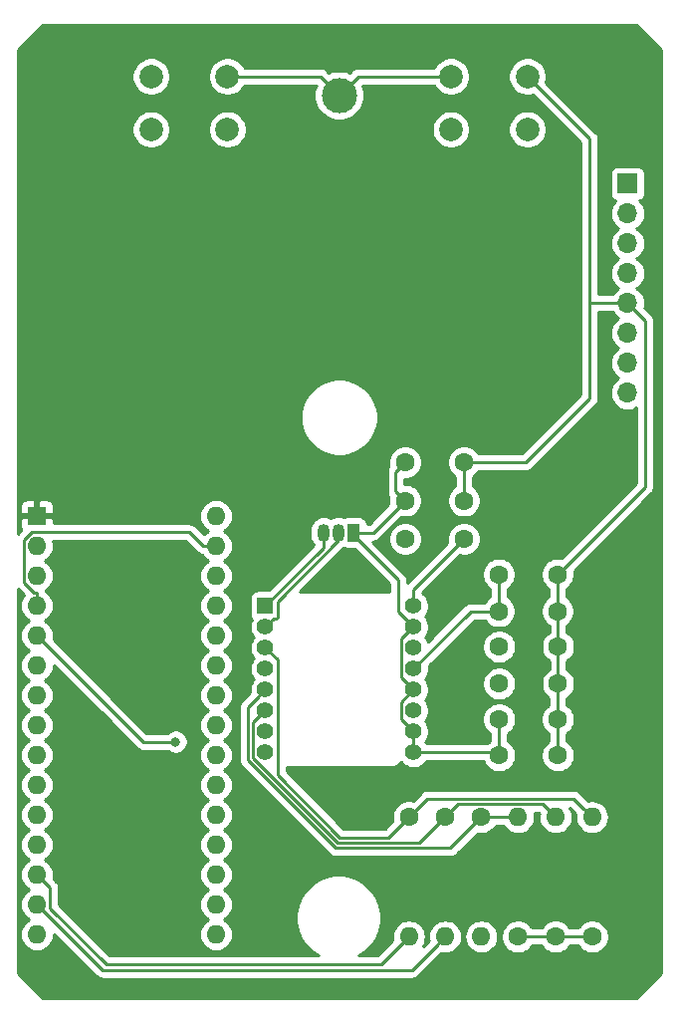
<source format=gbr>
G04 #@! TF.GenerationSoftware,KiCad,Pcbnew,(5.1.0-0)*
G04 #@! TF.CreationDate,2020-10-15T12:15:35+01:00*
G04 #@! TF.ProjectId,OpenLaserMouseTHT,4f70656e-4c61-4736-9572-4d6f75736554,rev?*
G04 #@! TF.SameCoordinates,Original*
G04 #@! TF.FileFunction,Copper,L1,Top*
G04 #@! TF.FilePolarity,Positive*
%FSLAX46Y46*%
G04 Gerber Fmt 4.6, Leading zero omitted, Abs format (unit mm)*
G04 Created by KiCad (PCBNEW (5.1.0-0)) date 2020-10-15 12:15:35*
%MOMM*%
%LPD*%
G04 APERTURE LIST*
%ADD10O,1.600000X1.600000*%
%ADD11R,1.600000X1.600000*%
%ADD12R,1.050000X1.500000*%
%ADD13O,1.050000X1.500000*%
%ADD14C,1.600000*%
%ADD15C,3.000000*%
%ADD16C,2.000000*%
%ADD17O,1.700000X1.700000*%
%ADD18R,1.700000X1.700000*%
%ADD19C,1.400000*%
%ADD20R,1.400000X1.400000*%
%ADD21C,0.800000*%
%ADD22C,0.250000*%
%ADD23C,0.254000*%
G04 APERTURE END LIST*
D10*
X57531000Y-117919500D03*
X42291000Y-117919500D03*
X57531000Y-82359500D03*
X42291000Y-115379500D03*
X57531000Y-84899500D03*
X42291000Y-112839500D03*
X57531000Y-87439500D03*
X42291000Y-110299500D03*
X57531000Y-89979500D03*
X42291000Y-107759500D03*
X57531000Y-92519500D03*
X42291000Y-105219500D03*
X57531000Y-95059500D03*
X42291000Y-102679500D03*
X57531000Y-97599500D03*
X42291000Y-100139500D03*
X57531000Y-100139500D03*
X42291000Y-97599500D03*
X57531000Y-102679500D03*
X42291000Y-95059500D03*
X57531000Y-105219500D03*
X42291000Y-92519500D03*
X57531000Y-107759500D03*
X42291000Y-89979500D03*
X57531000Y-110299500D03*
X42291000Y-87439500D03*
X57531000Y-112839500D03*
X42291000Y-84899500D03*
X57531000Y-115379500D03*
D11*
X42291000Y-82359500D03*
D12*
X69215000Y-83769200D03*
D13*
X66675000Y-83769200D03*
X67945000Y-83769200D03*
D10*
X83210400Y-107962700D03*
D14*
X83210400Y-118122700D03*
D10*
X80086200Y-118110000D03*
D14*
X80086200Y-107950000D03*
D10*
X86410800Y-107962700D03*
D14*
X86410800Y-118122700D03*
D10*
X77012800Y-118110000D03*
D14*
X77012800Y-107950000D03*
D10*
X89509600Y-107962700D03*
D14*
X89509600Y-118122700D03*
D10*
X73939400Y-118110000D03*
D14*
X73939400Y-107950000D03*
X73613000Y-77800200D03*
X78613000Y-77800200D03*
X73613000Y-81051400D03*
X78613000Y-81051400D03*
X78609200Y-84302600D03*
X73609200Y-84302600D03*
X86610200Y-102717600D03*
X81610200Y-102717600D03*
X86610200Y-99644200D03*
X81610200Y-99644200D03*
X81614000Y-96621600D03*
X86614000Y-96621600D03*
X81614000Y-93472000D03*
X86614000Y-93472000D03*
X86584800Y-90449400D03*
X81584800Y-90449400D03*
X86584800Y-87325200D03*
X81584800Y-87325200D03*
D15*
X68000000Y-46609000D03*
D16*
X84000000Y-45000000D03*
X84000000Y-49500000D03*
X77500000Y-45000000D03*
X77500000Y-49500000D03*
X58500000Y-45000000D03*
X58500000Y-49500000D03*
X52000000Y-45000000D03*
X52000000Y-49500000D03*
D17*
X92519500Y-71882000D03*
X92519500Y-69342000D03*
X92519500Y-66802000D03*
X92519500Y-64262000D03*
X92519500Y-61722000D03*
X92519500Y-59182000D03*
X92519500Y-56642000D03*
D18*
X92519500Y-54102000D03*
D19*
X74322000Y-90000000D03*
X74322000Y-91780000D03*
X74322000Y-93560000D03*
X74322000Y-95340000D03*
X74322000Y-97120000D03*
X74322000Y-98900000D03*
X74322000Y-100680000D03*
X74322000Y-102460000D03*
X61722000Y-102460000D03*
X61722000Y-100680000D03*
X61722000Y-98900000D03*
X61722000Y-97120000D03*
X61722000Y-95340000D03*
X61722000Y-93560000D03*
X61722000Y-91780000D03*
D20*
X61722000Y-90000000D03*
D21*
X54096701Y-101554499D03*
X68783200Y-86131400D03*
X50139600Y-113411000D03*
X49809400Y-90246200D03*
X61264800Y-110032800D03*
X65379600Y-104775000D03*
X78435200Y-95605600D03*
X77749400Y-65354200D03*
D22*
X42291000Y-92519500D02*
X48785600Y-99014100D01*
X51325999Y-101554499D02*
X48785600Y-99014100D01*
X54096701Y-101554499D02*
X51325999Y-101554499D01*
X85610801Y-107162701D02*
X86410800Y-107962700D01*
X85273099Y-106824999D02*
X85610801Y-107162701D01*
X78137801Y-106824999D02*
X85273099Y-106824999D01*
X77012800Y-107950000D02*
X78137801Y-106824999D01*
X60696999Y-102952001D02*
X67879398Y-110134400D01*
X60696999Y-99925001D02*
X60696999Y-102952001D01*
X61722000Y-98900000D02*
X60696999Y-99925001D01*
X74828400Y-110134400D02*
X77012800Y-107950000D01*
X67879398Y-110134400D02*
X74828400Y-110134400D01*
X83197700Y-107950000D02*
X83210400Y-107962700D01*
X80086200Y-107950000D02*
X83197700Y-107950000D01*
X60246989Y-103138401D02*
X60246989Y-98595011D01*
X67692997Y-110584409D02*
X60246989Y-103138401D01*
X61022001Y-97819999D02*
X61722000Y-97120000D01*
X60246989Y-98595011D02*
X61022001Y-97819999D01*
X77451791Y-110584409D02*
X67692997Y-110584409D01*
X80086200Y-107950000D02*
X77451791Y-110584409D01*
X88709601Y-107162701D02*
X89509600Y-107962700D01*
X87921889Y-106374989D02*
X88709601Y-107162701D01*
X75514411Y-106374989D02*
X87921889Y-106374989D01*
X73939400Y-107950000D02*
X75514411Y-106374989D01*
X62747001Y-104365593D02*
X68065798Y-109684390D01*
X62747001Y-94585001D02*
X62747001Y-104365593D01*
X61722000Y-93560000D02*
X62747001Y-94585001D01*
X72205010Y-109684390D02*
X73939400Y-107950000D01*
X68065798Y-109684390D02*
X72205010Y-109684390D01*
X61722000Y-91780000D02*
X61850200Y-91780000D01*
X62421999Y-91080001D02*
X61722000Y-91780000D01*
X62627001Y-91080001D02*
X62421999Y-91080001D01*
X62747001Y-90960001D02*
X62627001Y-91080001D01*
X62747001Y-89609300D02*
X62747001Y-90960001D01*
X67945000Y-84411301D02*
X62747001Y-89609300D01*
X67945000Y-83769200D02*
X67945000Y-84411301D01*
X42291000Y-89979500D02*
X42291000Y-88854200D01*
X57531000Y-84899500D02*
X56405700Y-84899500D01*
X56405700Y-84899500D02*
X55259600Y-83753400D01*
X55259600Y-83753400D02*
X41828600Y-83753400D01*
X41828600Y-83753400D02*
X41165700Y-84416300D01*
X41165700Y-84416300D02*
X41165700Y-88010300D01*
X41165700Y-88010300D02*
X42009600Y-88854200D01*
X42009600Y-88854200D02*
X42291000Y-88854200D01*
X92519500Y-64262000D02*
X89301100Y-64262000D01*
X89301100Y-64262000D02*
X89301100Y-50301100D01*
X89301100Y-50301100D02*
X84000000Y-45000000D01*
X66391000Y-45000000D02*
X58500000Y-45000000D01*
X68000000Y-46609000D02*
X66391000Y-45000000D01*
X69609000Y-45000000D02*
X77500000Y-45000000D01*
X68000000Y-46609000D02*
X69609000Y-45000000D01*
X87384799Y-86525201D02*
X86584800Y-87325200D01*
X94030800Y-65773300D02*
X94030800Y-79879200D01*
X94030800Y-79879200D02*
X87384799Y-86525201D01*
X92519500Y-64262000D02*
X94030800Y-65773300D01*
X86610200Y-102717600D02*
X86610200Y-99644200D01*
X86610200Y-96625400D02*
X86614000Y-96621600D01*
X86610200Y-99644200D02*
X86610200Y-96625400D01*
X86614000Y-96621600D02*
X86614000Y-93472000D01*
X86614000Y-90478600D02*
X86584800Y-90449400D01*
X86614000Y-93472000D02*
X86614000Y-90478600D01*
X86584800Y-90449400D02*
X86584800Y-87325200D01*
X78587600Y-81305400D02*
X78613000Y-81330800D01*
X84341770Y-118122700D02*
X86410800Y-118122700D01*
X83210400Y-118122700D02*
X84341770Y-118122700D01*
X89509600Y-118122700D02*
X86410800Y-118122700D01*
X83870800Y-77800200D02*
X78613000Y-77800200D01*
X89301100Y-72369900D02*
X83870800Y-77800200D01*
X89301100Y-64262000D02*
X89301100Y-72369900D01*
X78613000Y-77800200D02*
X78613000Y-81051400D01*
X76212801Y-118909999D02*
X77012800Y-118110000D01*
X47843870Y-120932370D02*
X74190430Y-120932370D01*
X74190430Y-120932370D02*
X76212801Y-118909999D01*
X42291000Y-115379500D02*
X47843870Y-120932370D01*
X43090999Y-113639499D02*
X42291000Y-112839500D01*
X43416001Y-113964501D02*
X43090999Y-113639499D01*
X73939400Y-118110000D02*
X71567040Y-120482360D01*
X71567040Y-120482360D02*
X48193960Y-120482360D01*
X43416001Y-115704401D02*
X43416001Y-113964501D01*
X48193960Y-120482360D02*
X43416001Y-115704401D01*
X74439500Y-102578000D02*
X74322000Y-102460000D01*
X74322000Y-102460000D02*
X74322000Y-100680000D01*
X74322000Y-91780000D02*
X74322000Y-91617900D01*
X74322000Y-100680000D02*
X73265000Y-99623000D01*
X73265000Y-99623000D02*
X73265000Y-98177000D01*
X73265000Y-98177000D02*
X74322000Y-97120000D01*
X74322000Y-97120000D02*
X73285800Y-96083800D01*
X73285800Y-96083800D02*
X73285800Y-92816200D01*
X73285800Y-92816200D02*
X74322000Y-91780000D01*
X81352600Y-102460000D02*
X81610200Y-102717600D01*
X74322000Y-102460000D02*
X81352600Y-102460000D01*
X81610200Y-99644200D02*
X81610200Y-102717600D01*
X73022010Y-87801210D02*
X73022010Y-90480010D01*
X73022010Y-90480010D02*
X74322000Y-91780000D01*
X69215000Y-83994200D02*
X73022010Y-87801210D01*
X69215000Y-83769200D02*
X69215000Y-83994200D01*
X73613000Y-78384400D02*
X73587600Y-78359000D01*
X70895200Y-83769200D02*
X69215000Y-83769200D01*
X73613000Y-81051400D02*
X70895200Y-83769200D01*
X72813001Y-80251401D02*
X73613000Y-81051400D01*
X72813001Y-78600199D02*
X72813001Y-80251401D01*
X73613000Y-77800200D02*
X72813001Y-78600199D01*
X79212600Y-90449400D02*
X74322000Y-95340000D01*
X81584800Y-90449400D02*
X79212600Y-90449400D01*
X81584800Y-87325200D02*
X81584800Y-90449400D01*
X74322000Y-88589800D02*
X74322000Y-90000000D01*
X78609200Y-84302600D02*
X74322000Y-88589800D01*
X66675000Y-85044891D02*
X66675000Y-83769200D01*
X61722000Y-89997891D02*
X66675000Y-85044891D01*
X61722000Y-90000000D02*
X61722000Y-89997891D01*
D23*
G36*
X95340000Y-42773381D02*
G01*
X95340001Y-121226618D01*
X93226620Y-123340000D01*
X42773381Y-123340000D01*
X40660000Y-121226620D01*
X40660000Y-88579401D01*
X41167312Y-89086714D01*
X41092068Y-89178399D01*
X40958818Y-89427692D01*
X40876764Y-89698191D01*
X40849057Y-89979500D01*
X40876764Y-90260809D01*
X40958818Y-90531308D01*
X41092068Y-90780601D01*
X41271392Y-90999108D01*
X41489899Y-91178432D01*
X41622858Y-91249500D01*
X41489899Y-91320568D01*
X41271392Y-91499892D01*
X41092068Y-91718399D01*
X40958818Y-91967692D01*
X40876764Y-92238191D01*
X40849057Y-92519500D01*
X40876764Y-92800809D01*
X40958818Y-93071308D01*
X41092068Y-93320601D01*
X41271392Y-93539108D01*
X41489899Y-93718432D01*
X41622858Y-93789500D01*
X41489899Y-93860568D01*
X41271392Y-94039892D01*
X41092068Y-94258399D01*
X40958818Y-94507692D01*
X40876764Y-94778191D01*
X40849057Y-95059500D01*
X40876764Y-95340809D01*
X40958818Y-95611308D01*
X41092068Y-95860601D01*
X41271392Y-96079108D01*
X41489899Y-96258432D01*
X41622858Y-96329500D01*
X41489899Y-96400568D01*
X41271392Y-96579892D01*
X41092068Y-96798399D01*
X40958818Y-97047692D01*
X40876764Y-97318191D01*
X40849057Y-97599500D01*
X40876764Y-97880809D01*
X40958818Y-98151308D01*
X41092068Y-98400601D01*
X41271392Y-98619108D01*
X41489899Y-98798432D01*
X41622858Y-98869500D01*
X41489899Y-98940568D01*
X41271392Y-99119892D01*
X41092068Y-99338399D01*
X40958818Y-99587692D01*
X40876764Y-99858191D01*
X40849057Y-100139500D01*
X40876764Y-100420809D01*
X40958818Y-100691308D01*
X41092068Y-100940601D01*
X41271392Y-101159108D01*
X41489899Y-101338432D01*
X41622858Y-101409500D01*
X41489899Y-101480568D01*
X41271392Y-101659892D01*
X41092068Y-101878399D01*
X40958818Y-102127692D01*
X40876764Y-102398191D01*
X40849057Y-102679500D01*
X40876764Y-102960809D01*
X40958818Y-103231308D01*
X41092068Y-103480601D01*
X41271392Y-103699108D01*
X41489899Y-103878432D01*
X41622858Y-103949500D01*
X41489899Y-104020568D01*
X41271392Y-104199892D01*
X41092068Y-104418399D01*
X40958818Y-104667692D01*
X40876764Y-104938191D01*
X40849057Y-105219500D01*
X40876764Y-105500809D01*
X40958818Y-105771308D01*
X41092068Y-106020601D01*
X41271392Y-106239108D01*
X41489899Y-106418432D01*
X41622858Y-106489500D01*
X41489899Y-106560568D01*
X41271392Y-106739892D01*
X41092068Y-106958399D01*
X40958818Y-107207692D01*
X40876764Y-107478191D01*
X40849057Y-107759500D01*
X40876764Y-108040809D01*
X40958818Y-108311308D01*
X41092068Y-108560601D01*
X41271392Y-108779108D01*
X41489899Y-108958432D01*
X41622858Y-109029500D01*
X41489899Y-109100568D01*
X41271392Y-109279892D01*
X41092068Y-109498399D01*
X40958818Y-109747692D01*
X40876764Y-110018191D01*
X40849057Y-110299500D01*
X40876764Y-110580809D01*
X40958818Y-110851308D01*
X41092068Y-111100601D01*
X41271392Y-111319108D01*
X41489899Y-111498432D01*
X41622858Y-111569500D01*
X41489899Y-111640568D01*
X41271392Y-111819892D01*
X41092068Y-112038399D01*
X40958818Y-112287692D01*
X40876764Y-112558191D01*
X40849057Y-112839500D01*
X40876764Y-113120809D01*
X40958818Y-113391308D01*
X41092068Y-113640601D01*
X41271392Y-113859108D01*
X41489899Y-114038432D01*
X41622858Y-114109500D01*
X41489899Y-114180568D01*
X41271392Y-114359892D01*
X41092068Y-114578399D01*
X40958818Y-114827692D01*
X40876764Y-115098191D01*
X40849057Y-115379500D01*
X40876764Y-115660809D01*
X40958818Y-115931308D01*
X41092068Y-116180601D01*
X41271392Y-116399108D01*
X41489899Y-116578432D01*
X41622858Y-116649500D01*
X41489899Y-116720568D01*
X41271392Y-116899892D01*
X41092068Y-117118399D01*
X40958818Y-117367692D01*
X40876764Y-117638191D01*
X40849057Y-117919500D01*
X40876764Y-118200809D01*
X40958818Y-118471308D01*
X41092068Y-118720601D01*
X41271392Y-118939108D01*
X41489899Y-119118432D01*
X41739192Y-119251682D01*
X42009691Y-119333736D01*
X42220508Y-119354500D01*
X42361492Y-119354500D01*
X42572309Y-119333736D01*
X42842808Y-119251682D01*
X43092101Y-119118432D01*
X43310608Y-118939108D01*
X43489932Y-118720601D01*
X43623182Y-118471308D01*
X43705236Y-118200809D01*
X43732943Y-117919500D01*
X43730402Y-117893704D01*
X47280071Y-121443373D01*
X47303869Y-121472371D01*
X47332867Y-121496169D01*
X47419593Y-121567344D01*
X47535657Y-121629382D01*
X47551623Y-121637916D01*
X47694884Y-121681373D01*
X47806537Y-121692370D01*
X47806546Y-121692370D01*
X47843869Y-121696046D01*
X47881192Y-121692370D01*
X74153108Y-121692370D01*
X74190430Y-121696046D01*
X74227752Y-121692370D01*
X74227763Y-121692370D01*
X74339416Y-121681373D01*
X74482677Y-121637916D01*
X74614706Y-121567344D01*
X74730431Y-121472371D01*
X74754234Y-121443368D01*
X76686895Y-119510708D01*
X76731491Y-119524236D01*
X76942308Y-119545000D01*
X77083292Y-119545000D01*
X77294109Y-119524236D01*
X77564608Y-119442182D01*
X77813901Y-119308932D01*
X78032408Y-119129608D01*
X78211732Y-118911101D01*
X78344982Y-118661808D01*
X78427036Y-118391309D01*
X78454743Y-118110000D01*
X78644257Y-118110000D01*
X78671964Y-118391309D01*
X78754018Y-118661808D01*
X78887268Y-118911101D01*
X79066592Y-119129608D01*
X79285099Y-119308932D01*
X79534392Y-119442182D01*
X79804891Y-119524236D01*
X80015708Y-119545000D01*
X80156692Y-119545000D01*
X80367509Y-119524236D01*
X80638008Y-119442182D01*
X80887301Y-119308932D01*
X81105808Y-119129608D01*
X81285132Y-118911101D01*
X81418382Y-118661808D01*
X81500436Y-118391309D01*
X81528143Y-118110000D01*
X81515474Y-117981365D01*
X81775400Y-117981365D01*
X81775400Y-118264035D01*
X81830547Y-118541274D01*
X81938720Y-118802427D01*
X82095763Y-119037459D01*
X82295641Y-119237337D01*
X82530673Y-119394380D01*
X82791826Y-119502553D01*
X83069065Y-119557700D01*
X83351735Y-119557700D01*
X83628974Y-119502553D01*
X83890127Y-119394380D01*
X84125159Y-119237337D01*
X84325037Y-119037459D01*
X84428443Y-118882700D01*
X85192757Y-118882700D01*
X85296163Y-119037459D01*
X85496041Y-119237337D01*
X85731073Y-119394380D01*
X85992226Y-119502553D01*
X86269465Y-119557700D01*
X86552135Y-119557700D01*
X86829374Y-119502553D01*
X87090527Y-119394380D01*
X87325559Y-119237337D01*
X87525437Y-119037459D01*
X87628843Y-118882700D01*
X88291557Y-118882700D01*
X88394963Y-119037459D01*
X88594841Y-119237337D01*
X88829873Y-119394380D01*
X89091026Y-119502553D01*
X89368265Y-119557700D01*
X89650935Y-119557700D01*
X89928174Y-119502553D01*
X90189327Y-119394380D01*
X90424359Y-119237337D01*
X90624237Y-119037459D01*
X90781280Y-118802427D01*
X90889453Y-118541274D01*
X90944600Y-118264035D01*
X90944600Y-117981365D01*
X90889453Y-117704126D01*
X90781280Y-117442973D01*
X90624237Y-117207941D01*
X90424359Y-117008063D01*
X90189327Y-116851020D01*
X89928174Y-116742847D01*
X89650935Y-116687700D01*
X89368265Y-116687700D01*
X89091026Y-116742847D01*
X88829873Y-116851020D01*
X88594841Y-117008063D01*
X88394963Y-117207941D01*
X88291557Y-117362700D01*
X87628843Y-117362700D01*
X87525437Y-117207941D01*
X87325559Y-117008063D01*
X87090527Y-116851020D01*
X86829374Y-116742847D01*
X86552135Y-116687700D01*
X86269465Y-116687700D01*
X85992226Y-116742847D01*
X85731073Y-116851020D01*
X85496041Y-117008063D01*
X85296163Y-117207941D01*
X85192757Y-117362700D01*
X84428443Y-117362700D01*
X84325037Y-117207941D01*
X84125159Y-117008063D01*
X83890127Y-116851020D01*
X83628974Y-116742847D01*
X83351735Y-116687700D01*
X83069065Y-116687700D01*
X82791826Y-116742847D01*
X82530673Y-116851020D01*
X82295641Y-117008063D01*
X82095763Y-117207941D01*
X81938720Y-117442973D01*
X81830547Y-117704126D01*
X81775400Y-117981365D01*
X81515474Y-117981365D01*
X81500436Y-117828691D01*
X81418382Y-117558192D01*
X81285132Y-117308899D01*
X81105808Y-117090392D01*
X80887301Y-116911068D01*
X80638008Y-116777818D01*
X80367509Y-116695764D01*
X80156692Y-116675000D01*
X80015708Y-116675000D01*
X79804891Y-116695764D01*
X79534392Y-116777818D01*
X79285099Y-116911068D01*
X79066592Y-117090392D01*
X78887268Y-117308899D01*
X78754018Y-117558192D01*
X78671964Y-117828691D01*
X78644257Y-118110000D01*
X78454743Y-118110000D01*
X78427036Y-117828691D01*
X78344982Y-117558192D01*
X78211732Y-117308899D01*
X78032408Y-117090392D01*
X77813901Y-116911068D01*
X77564608Y-116777818D01*
X77294109Y-116695764D01*
X77083292Y-116675000D01*
X76942308Y-116675000D01*
X76731491Y-116695764D01*
X76460992Y-116777818D01*
X76211699Y-116911068D01*
X75993192Y-117090392D01*
X75813868Y-117308899D01*
X75680618Y-117558192D01*
X75598564Y-117828691D01*
X75570857Y-118110000D01*
X75598564Y-118391309D01*
X75612092Y-118435905D01*
X75139980Y-118908017D01*
X75271582Y-118661808D01*
X75353636Y-118391309D01*
X75381343Y-118110000D01*
X75353636Y-117828691D01*
X75271582Y-117558192D01*
X75138332Y-117308899D01*
X74959008Y-117090392D01*
X74740501Y-116911068D01*
X74491208Y-116777818D01*
X74220709Y-116695764D01*
X74009892Y-116675000D01*
X73868908Y-116675000D01*
X73658091Y-116695764D01*
X73387592Y-116777818D01*
X73138299Y-116911068D01*
X72919792Y-117090392D01*
X72740468Y-117308899D01*
X72607218Y-117558192D01*
X72525164Y-117828691D01*
X72497457Y-118110000D01*
X72525164Y-118391309D01*
X72538692Y-118435906D01*
X71252239Y-119722360D01*
X69664247Y-119722360D01*
X69666818Y-119721295D01*
X70262177Y-119323489D01*
X70768489Y-118817177D01*
X71166295Y-118221818D01*
X71440309Y-117560290D01*
X71580000Y-116858016D01*
X71580000Y-116141984D01*
X71440309Y-115439710D01*
X71166295Y-114778182D01*
X70768489Y-114182823D01*
X70262177Y-113676511D01*
X69666818Y-113278705D01*
X69005290Y-113004691D01*
X68303016Y-112865000D01*
X67586984Y-112865000D01*
X66884710Y-113004691D01*
X66223182Y-113278705D01*
X65627823Y-113676511D01*
X65121511Y-114182823D01*
X64723705Y-114778182D01*
X64449691Y-115439710D01*
X64310000Y-116141984D01*
X64310000Y-116858016D01*
X64449691Y-117560290D01*
X64723705Y-118221818D01*
X65121511Y-118817177D01*
X65627823Y-119323489D01*
X66223182Y-119721295D01*
X66225753Y-119722360D01*
X48508763Y-119722360D01*
X44176001Y-115389600D01*
X44176001Y-114001823D01*
X44179677Y-113964500D01*
X44176001Y-113927177D01*
X44176001Y-113927168D01*
X44165004Y-113815515D01*
X44121547Y-113672254D01*
X44050975Y-113540225D01*
X43956002Y-113424500D01*
X43926998Y-113400697D01*
X43691708Y-113165407D01*
X43705236Y-113120809D01*
X43732943Y-112839500D01*
X43705236Y-112558191D01*
X43623182Y-112287692D01*
X43489932Y-112038399D01*
X43310608Y-111819892D01*
X43092101Y-111640568D01*
X42959142Y-111569500D01*
X43092101Y-111498432D01*
X43310608Y-111319108D01*
X43489932Y-111100601D01*
X43623182Y-110851308D01*
X43705236Y-110580809D01*
X43732943Y-110299500D01*
X43705236Y-110018191D01*
X43623182Y-109747692D01*
X43489932Y-109498399D01*
X43310608Y-109279892D01*
X43092101Y-109100568D01*
X42959142Y-109029500D01*
X43092101Y-108958432D01*
X43310608Y-108779108D01*
X43489932Y-108560601D01*
X43623182Y-108311308D01*
X43705236Y-108040809D01*
X43732943Y-107759500D01*
X43705236Y-107478191D01*
X43623182Y-107207692D01*
X43489932Y-106958399D01*
X43310608Y-106739892D01*
X43092101Y-106560568D01*
X42959142Y-106489500D01*
X43092101Y-106418432D01*
X43310608Y-106239108D01*
X43489932Y-106020601D01*
X43623182Y-105771308D01*
X43705236Y-105500809D01*
X43732943Y-105219500D01*
X43705236Y-104938191D01*
X43623182Y-104667692D01*
X43489932Y-104418399D01*
X43310608Y-104199892D01*
X43092101Y-104020568D01*
X42959142Y-103949500D01*
X43092101Y-103878432D01*
X43310608Y-103699108D01*
X43489932Y-103480601D01*
X43623182Y-103231308D01*
X43705236Y-102960809D01*
X43732943Y-102679500D01*
X43705236Y-102398191D01*
X43623182Y-102127692D01*
X43489932Y-101878399D01*
X43310608Y-101659892D01*
X43092101Y-101480568D01*
X42959142Y-101409500D01*
X43092101Y-101338432D01*
X43310608Y-101159108D01*
X43489932Y-100940601D01*
X43623182Y-100691308D01*
X43705236Y-100420809D01*
X43732943Y-100139500D01*
X43705236Y-99858191D01*
X43623182Y-99587692D01*
X43489932Y-99338399D01*
X43310608Y-99119892D01*
X43092101Y-98940568D01*
X42959142Y-98869500D01*
X43092101Y-98798432D01*
X43310608Y-98619108D01*
X43489932Y-98400601D01*
X43623182Y-98151308D01*
X43705236Y-97880809D01*
X43732943Y-97599500D01*
X43705236Y-97318191D01*
X43623182Y-97047692D01*
X43489932Y-96798399D01*
X43310608Y-96579892D01*
X43092101Y-96400568D01*
X42959142Y-96329500D01*
X43092101Y-96258432D01*
X43310608Y-96079108D01*
X43489932Y-95860601D01*
X43623182Y-95611308D01*
X43705236Y-95340809D01*
X43732943Y-95059500D01*
X43730402Y-95033704D01*
X48274596Y-99577899D01*
X48274607Y-99577908D01*
X50762200Y-102065502D01*
X50785998Y-102094500D01*
X50901723Y-102189473D01*
X51033752Y-102260045D01*
X51177013Y-102303502D01*
X51288666Y-102314499D01*
X51288674Y-102314499D01*
X51325999Y-102318175D01*
X51363324Y-102314499D01*
X53392990Y-102314499D01*
X53436927Y-102358436D01*
X53606445Y-102471704D01*
X53794803Y-102549725D01*
X53994762Y-102589499D01*
X54198640Y-102589499D01*
X54398599Y-102549725D01*
X54586957Y-102471704D01*
X54756475Y-102358436D01*
X54900638Y-102214273D01*
X55013906Y-102044755D01*
X55091927Y-101856397D01*
X55131701Y-101656438D01*
X55131701Y-101452560D01*
X55091927Y-101252601D01*
X55013906Y-101064243D01*
X54900638Y-100894725D01*
X54756475Y-100750562D01*
X54586957Y-100637294D01*
X54398599Y-100559273D01*
X54198640Y-100519499D01*
X53994762Y-100519499D01*
X53794803Y-100559273D01*
X53606445Y-100637294D01*
X53436927Y-100750562D01*
X53392990Y-100794499D01*
X51640801Y-100794499D01*
X49349408Y-98503107D01*
X49349399Y-98503096D01*
X43691708Y-92845406D01*
X43705236Y-92800809D01*
X43732943Y-92519500D01*
X43705236Y-92238191D01*
X43623182Y-91967692D01*
X43489932Y-91718399D01*
X43310608Y-91499892D01*
X43092101Y-91320568D01*
X42959142Y-91249500D01*
X43092101Y-91178432D01*
X43310608Y-90999108D01*
X43489932Y-90780601D01*
X43623182Y-90531308D01*
X43705236Y-90260809D01*
X43732943Y-89979500D01*
X43705236Y-89698191D01*
X43623182Y-89427692D01*
X43489932Y-89178399D01*
X43310608Y-88959892D01*
X43092101Y-88780568D01*
X43044942Y-88755361D01*
X43040003Y-88705214D01*
X43029840Y-88671711D01*
X43092101Y-88638432D01*
X43310608Y-88459108D01*
X43489932Y-88240601D01*
X43623182Y-87991308D01*
X43705236Y-87720809D01*
X43732943Y-87439500D01*
X43705236Y-87158191D01*
X43623182Y-86887692D01*
X43489932Y-86638399D01*
X43310608Y-86419892D01*
X43092101Y-86240568D01*
X42959142Y-86169500D01*
X43092101Y-86098432D01*
X43310608Y-85919108D01*
X43489932Y-85700601D01*
X43623182Y-85451308D01*
X43705236Y-85180809D01*
X43732943Y-84899500D01*
X43705236Y-84618191D01*
X43673448Y-84513400D01*
X54944799Y-84513400D01*
X55841901Y-85410503D01*
X55865699Y-85439501D01*
X55981424Y-85534474D01*
X56113453Y-85605046D01*
X56256714Y-85648503D01*
X56306861Y-85653442D01*
X56332068Y-85700601D01*
X56511392Y-85919108D01*
X56729899Y-86098432D01*
X56862858Y-86169500D01*
X56729899Y-86240568D01*
X56511392Y-86419892D01*
X56332068Y-86638399D01*
X56198818Y-86887692D01*
X56116764Y-87158191D01*
X56089057Y-87439500D01*
X56116764Y-87720809D01*
X56198818Y-87991308D01*
X56332068Y-88240601D01*
X56511392Y-88459108D01*
X56729899Y-88638432D01*
X56862858Y-88709500D01*
X56729899Y-88780568D01*
X56511392Y-88959892D01*
X56332068Y-89178399D01*
X56198818Y-89427692D01*
X56116764Y-89698191D01*
X56089057Y-89979500D01*
X56116764Y-90260809D01*
X56198818Y-90531308D01*
X56332068Y-90780601D01*
X56511392Y-90999108D01*
X56729899Y-91178432D01*
X56862858Y-91249500D01*
X56729899Y-91320568D01*
X56511392Y-91499892D01*
X56332068Y-91718399D01*
X56198818Y-91967692D01*
X56116764Y-92238191D01*
X56089057Y-92519500D01*
X56116764Y-92800809D01*
X56198818Y-93071308D01*
X56332068Y-93320601D01*
X56511392Y-93539108D01*
X56729899Y-93718432D01*
X56862858Y-93789500D01*
X56729899Y-93860568D01*
X56511392Y-94039892D01*
X56332068Y-94258399D01*
X56198818Y-94507692D01*
X56116764Y-94778191D01*
X56089057Y-95059500D01*
X56116764Y-95340809D01*
X56198818Y-95611308D01*
X56332068Y-95860601D01*
X56511392Y-96079108D01*
X56729899Y-96258432D01*
X56862858Y-96329500D01*
X56729899Y-96400568D01*
X56511392Y-96579892D01*
X56332068Y-96798399D01*
X56198818Y-97047692D01*
X56116764Y-97318191D01*
X56089057Y-97599500D01*
X56116764Y-97880809D01*
X56198818Y-98151308D01*
X56332068Y-98400601D01*
X56511392Y-98619108D01*
X56729899Y-98798432D01*
X56862858Y-98869500D01*
X56729899Y-98940568D01*
X56511392Y-99119892D01*
X56332068Y-99338399D01*
X56198818Y-99587692D01*
X56116764Y-99858191D01*
X56089057Y-100139500D01*
X56116764Y-100420809D01*
X56198818Y-100691308D01*
X56332068Y-100940601D01*
X56511392Y-101159108D01*
X56729899Y-101338432D01*
X56862858Y-101409500D01*
X56729899Y-101480568D01*
X56511392Y-101659892D01*
X56332068Y-101878399D01*
X56198818Y-102127692D01*
X56116764Y-102398191D01*
X56089057Y-102679500D01*
X56116764Y-102960809D01*
X56198818Y-103231308D01*
X56332068Y-103480601D01*
X56511392Y-103699108D01*
X56729899Y-103878432D01*
X56862858Y-103949500D01*
X56729899Y-104020568D01*
X56511392Y-104199892D01*
X56332068Y-104418399D01*
X56198818Y-104667692D01*
X56116764Y-104938191D01*
X56089057Y-105219500D01*
X56116764Y-105500809D01*
X56198818Y-105771308D01*
X56332068Y-106020601D01*
X56511392Y-106239108D01*
X56729899Y-106418432D01*
X56862858Y-106489500D01*
X56729899Y-106560568D01*
X56511392Y-106739892D01*
X56332068Y-106958399D01*
X56198818Y-107207692D01*
X56116764Y-107478191D01*
X56089057Y-107759500D01*
X56116764Y-108040809D01*
X56198818Y-108311308D01*
X56332068Y-108560601D01*
X56511392Y-108779108D01*
X56729899Y-108958432D01*
X56862858Y-109029500D01*
X56729899Y-109100568D01*
X56511392Y-109279892D01*
X56332068Y-109498399D01*
X56198818Y-109747692D01*
X56116764Y-110018191D01*
X56089057Y-110299500D01*
X56116764Y-110580809D01*
X56198818Y-110851308D01*
X56332068Y-111100601D01*
X56511392Y-111319108D01*
X56729899Y-111498432D01*
X56862858Y-111569500D01*
X56729899Y-111640568D01*
X56511392Y-111819892D01*
X56332068Y-112038399D01*
X56198818Y-112287692D01*
X56116764Y-112558191D01*
X56089057Y-112839500D01*
X56116764Y-113120809D01*
X56198818Y-113391308D01*
X56332068Y-113640601D01*
X56511392Y-113859108D01*
X56729899Y-114038432D01*
X56862858Y-114109500D01*
X56729899Y-114180568D01*
X56511392Y-114359892D01*
X56332068Y-114578399D01*
X56198818Y-114827692D01*
X56116764Y-115098191D01*
X56089057Y-115379500D01*
X56116764Y-115660809D01*
X56198818Y-115931308D01*
X56332068Y-116180601D01*
X56511392Y-116399108D01*
X56729899Y-116578432D01*
X56862858Y-116649500D01*
X56729899Y-116720568D01*
X56511392Y-116899892D01*
X56332068Y-117118399D01*
X56198818Y-117367692D01*
X56116764Y-117638191D01*
X56089057Y-117919500D01*
X56116764Y-118200809D01*
X56198818Y-118471308D01*
X56332068Y-118720601D01*
X56511392Y-118939108D01*
X56729899Y-119118432D01*
X56979192Y-119251682D01*
X57249691Y-119333736D01*
X57460508Y-119354500D01*
X57601492Y-119354500D01*
X57812309Y-119333736D01*
X58082808Y-119251682D01*
X58332101Y-119118432D01*
X58550608Y-118939108D01*
X58729932Y-118720601D01*
X58863182Y-118471308D01*
X58945236Y-118200809D01*
X58972943Y-117919500D01*
X58945236Y-117638191D01*
X58863182Y-117367692D01*
X58729932Y-117118399D01*
X58550608Y-116899892D01*
X58332101Y-116720568D01*
X58199142Y-116649500D01*
X58332101Y-116578432D01*
X58550608Y-116399108D01*
X58729932Y-116180601D01*
X58863182Y-115931308D01*
X58945236Y-115660809D01*
X58972943Y-115379500D01*
X58945236Y-115098191D01*
X58863182Y-114827692D01*
X58729932Y-114578399D01*
X58550608Y-114359892D01*
X58332101Y-114180568D01*
X58199142Y-114109500D01*
X58332101Y-114038432D01*
X58550608Y-113859108D01*
X58729932Y-113640601D01*
X58863182Y-113391308D01*
X58945236Y-113120809D01*
X58972943Y-112839500D01*
X58945236Y-112558191D01*
X58863182Y-112287692D01*
X58729932Y-112038399D01*
X58550608Y-111819892D01*
X58332101Y-111640568D01*
X58199142Y-111569500D01*
X58332101Y-111498432D01*
X58550608Y-111319108D01*
X58729932Y-111100601D01*
X58863182Y-110851308D01*
X58945236Y-110580809D01*
X58972943Y-110299500D01*
X58945236Y-110018191D01*
X58863182Y-109747692D01*
X58729932Y-109498399D01*
X58550608Y-109279892D01*
X58332101Y-109100568D01*
X58199142Y-109029500D01*
X58332101Y-108958432D01*
X58550608Y-108779108D01*
X58729932Y-108560601D01*
X58863182Y-108311308D01*
X58945236Y-108040809D01*
X58972943Y-107759500D01*
X58945236Y-107478191D01*
X58863182Y-107207692D01*
X58729932Y-106958399D01*
X58550608Y-106739892D01*
X58332101Y-106560568D01*
X58199142Y-106489500D01*
X58332101Y-106418432D01*
X58550608Y-106239108D01*
X58729932Y-106020601D01*
X58863182Y-105771308D01*
X58945236Y-105500809D01*
X58972943Y-105219500D01*
X58945236Y-104938191D01*
X58863182Y-104667692D01*
X58729932Y-104418399D01*
X58550608Y-104199892D01*
X58332101Y-104020568D01*
X58199142Y-103949500D01*
X58332101Y-103878432D01*
X58550608Y-103699108D01*
X58729932Y-103480601D01*
X58863182Y-103231308D01*
X58945236Y-102960809D01*
X58972943Y-102679500D01*
X58945236Y-102398191D01*
X58863182Y-102127692D01*
X58729932Y-101878399D01*
X58550608Y-101659892D01*
X58332101Y-101480568D01*
X58199142Y-101409500D01*
X58332101Y-101338432D01*
X58550608Y-101159108D01*
X58729932Y-100940601D01*
X58863182Y-100691308D01*
X58945236Y-100420809D01*
X58972943Y-100139500D01*
X58945236Y-99858191D01*
X58863182Y-99587692D01*
X58729932Y-99338399D01*
X58550608Y-99119892D01*
X58332101Y-98940568D01*
X58199142Y-98869500D01*
X58332101Y-98798432D01*
X58550608Y-98619108D01*
X58570383Y-98595011D01*
X59483313Y-98595011D01*
X59486990Y-98632343D01*
X59486989Y-103101078D01*
X59483313Y-103138401D01*
X59486989Y-103175723D01*
X59486989Y-103175733D01*
X59497986Y-103287386D01*
X59531336Y-103397327D01*
X59541443Y-103430647D01*
X59612015Y-103562677D01*
X59631956Y-103586975D01*
X59706988Y-103678402D01*
X59735992Y-103702205D01*
X67129202Y-111095417D01*
X67152996Y-111124410D01*
X67181989Y-111148204D01*
X67181993Y-111148208D01*
X67252682Y-111206220D01*
X67268721Y-111219383D01*
X67400750Y-111289955D01*
X67544011Y-111333412D01*
X67655664Y-111344409D01*
X67655673Y-111344409D01*
X67692996Y-111348085D01*
X67730319Y-111344409D01*
X77414469Y-111344409D01*
X77451791Y-111348085D01*
X77489113Y-111344409D01*
X77489124Y-111344409D01*
X77600777Y-111333412D01*
X77744038Y-111289955D01*
X77876067Y-111219383D01*
X77991792Y-111124410D01*
X78015595Y-111095406D01*
X79762314Y-109348688D01*
X79944865Y-109385000D01*
X80227535Y-109385000D01*
X80504774Y-109329853D01*
X80765927Y-109221680D01*
X81000959Y-109064637D01*
X81200837Y-108864759D01*
X81304243Y-108710000D01*
X81982711Y-108710000D01*
X82011468Y-108763801D01*
X82190792Y-108982308D01*
X82409299Y-109161632D01*
X82658592Y-109294882D01*
X82929091Y-109376936D01*
X83139908Y-109397700D01*
X83280892Y-109397700D01*
X83491709Y-109376936D01*
X83762208Y-109294882D01*
X84011501Y-109161632D01*
X84230008Y-108982308D01*
X84409332Y-108763801D01*
X84542582Y-108514508D01*
X84624636Y-108244009D01*
X84652343Y-107962700D01*
X84624636Y-107681391D01*
X84595396Y-107584999D01*
X84958298Y-107584999D01*
X85010092Y-107636793D01*
X84996564Y-107681391D01*
X84968857Y-107962700D01*
X84996564Y-108244009D01*
X85078618Y-108514508D01*
X85211868Y-108763801D01*
X85391192Y-108982308D01*
X85609699Y-109161632D01*
X85858992Y-109294882D01*
X86129491Y-109376936D01*
X86340308Y-109397700D01*
X86481292Y-109397700D01*
X86692109Y-109376936D01*
X86962608Y-109294882D01*
X87211901Y-109161632D01*
X87430408Y-108982308D01*
X87609732Y-108763801D01*
X87742982Y-108514508D01*
X87825036Y-108244009D01*
X87852743Y-107962700D01*
X87825036Y-107681391D01*
X87742982Y-107410892D01*
X87609732Y-107161599D01*
X87587894Y-107134989D01*
X87607088Y-107134989D01*
X88108892Y-107636794D01*
X88095364Y-107681391D01*
X88067657Y-107962700D01*
X88095364Y-108244009D01*
X88177418Y-108514508D01*
X88310668Y-108763801D01*
X88489992Y-108982308D01*
X88708499Y-109161632D01*
X88957792Y-109294882D01*
X89228291Y-109376936D01*
X89439108Y-109397700D01*
X89580092Y-109397700D01*
X89790909Y-109376936D01*
X90061408Y-109294882D01*
X90310701Y-109161632D01*
X90529208Y-108982308D01*
X90708532Y-108763801D01*
X90841782Y-108514508D01*
X90923836Y-108244009D01*
X90951543Y-107962700D01*
X90923836Y-107681391D01*
X90841782Y-107410892D01*
X90708532Y-107161599D01*
X90529208Y-106943092D01*
X90310701Y-106763768D01*
X90061408Y-106630518D01*
X89790909Y-106548464D01*
X89580092Y-106527700D01*
X89439108Y-106527700D01*
X89228291Y-106548464D01*
X89183694Y-106561992D01*
X88485692Y-105863991D01*
X88461890Y-105834988D01*
X88346165Y-105740015D01*
X88214136Y-105669443D01*
X88070875Y-105625986D01*
X87959222Y-105614989D01*
X87959211Y-105614989D01*
X87921889Y-105611313D01*
X87884567Y-105614989D01*
X75551734Y-105614989D01*
X75514411Y-105611313D01*
X75477088Y-105614989D01*
X75477078Y-105614989D01*
X75365425Y-105625986D01*
X75222164Y-105669443D01*
X75090134Y-105740015D01*
X75052004Y-105771308D01*
X74974410Y-105834988D01*
X74950612Y-105863986D01*
X74263286Y-106551312D01*
X74080735Y-106515000D01*
X73798065Y-106515000D01*
X73520826Y-106570147D01*
X73259673Y-106678320D01*
X73024641Y-106835363D01*
X72824763Y-107035241D01*
X72667720Y-107270273D01*
X72559547Y-107531426D01*
X72504400Y-107808665D01*
X72504400Y-108091335D01*
X72540712Y-108273886D01*
X71890209Y-108924390D01*
X68380600Y-108924390D01*
X63507001Y-104050792D01*
X63507001Y-103670000D01*
X72587123Y-103670000D01*
X72622000Y-103673435D01*
X72656877Y-103670000D01*
X72761184Y-103659727D01*
X72895020Y-103619128D01*
X73018363Y-103553200D01*
X73126475Y-103464475D01*
X73215200Y-103356363D01*
X73259705Y-103273099D01*
X73285038Y-103311013D01*
X73470987Y-103496962D01*
X73689641Y-103643061D01*
X73932595Y-103743696D01*
X74190514Y-103795000D01*
X74453486Y-103795000D01*
X74711405Y-103743696D01*
X74954359Y-103643061D01*
X75173013Y-103496962D01*
X75358962Y-103311013D01*
X75419775Y-103220000D01*
X80265069Y-103220000D01*
X80338520Y-103397327D01*
X80495563Y-103632359D01*
X80695441Y-103832237D01*
X80930473Y-103989280D01*
X81191626Y-104097453D01*
X81468865Y-104152600D01*
X81751535Y-104152600D01*
X82028774Y-104097453D01*
X82289927Y-103989280D01*
X82524959Y-103832237D01*
X82724837Y-103632359D01*
X82881880Y-103397327D01*
X82990053Y-103136174D01*
X83045200Y-102858935D01*
X83045200Y-102576265D01*
X82990053Y-102299026D01*
X82881880Y-102037873D01*
X82724837Y-101802841D01*
X82524959Y-101602963D01*
X82370200Y-101499557D01*
X82370200Y-100862243D01*
X82524959Y-100758837D01*
X82724837Y-100558959D01*
X82881880Y-100323927D01*
X82990053Y-100062774D01*
X83045200Y-99785535D01*
X83045200Y-99502865D01*
X82990053Y-99225626D01*
X82881880Y-98964473D01*
X82724837Y-98729441D01*
X82524959Y-98529563D01*
X82289927Y-98372520D01*
X82028774Y-98264347D01*
X81751535Y-98209200D01*
X81468865Y-98209200D01*
X81191626Y-98264347D01*
X80930473Y-98372520D01*
X80695441Y-98529563D01*
X80495563Y-98729441D01*
X80338520Y-98964473D01*
X80230347Y-99225626D01*
X80175200Y-99502865D01*
X80175200Y-99785535D01*
X80230347Y-100062774D01*
X80338520Y-100323927D01*
X80495563Y-100558959D01*
X80695441Y-100758837D01*
X80850200Y-100862244D01*
X80850201Y-101499556D01*
X80695441Y-101602963D01*
X80598404Y-101700000D01*
X75419775Y-101700000D01*
X75358962Y-101608987D01*
X75319975Y-101570000D01*
X75358962Y-101531013D01*
X75505061Y-101312359D01*
X75605696Y-101069405D01*
X75657000Y-100811486D01*
X75657000Y-100548514D01*
X75605696Y-100290595D01*
X75505061Y-100047641D01*
X75358962Y-99828987D01*
X75319975Y-99790000D01*
X75358962Y-99751013D01*
X75505061Y-99532359D01*
X75605696Y-99289405D01*
X75657000Y-99031486D01*
X75657000Y-98768514D01*
X75605696Y-98510595D01*
X75505061Y-98267641D01*
X75358962Y-98048987D01*
X75319975Y-98010000D01*
X75358962Y-97971013D01*
X75505061Y-97752359D01*
X75605696Y-97509405D01*
X75657000Y-97251486D01*
X75657000Y-96988514D01*
X75605696Y-96730595D01*
X75505061Y-96487641D01*
X75500133Y-96480265D01*
X80179000Y-96480265D01*
X80179000Y-96762935D01*
X80234147Y-97040174D01*
X80342320Y-97301327D01*
X80499363Y-97536359D01*
X80699241Y-97736237D01*
X80934273Y-97893280D01*
X81195426Y-98001453D01*
X81472665Y-98056600D01*
X81755335Y-98056600D01*
X82032574Y-98001453D01*
X82293727Y-97893280D01*
X82528759Y-97736237D01*
X82728637Y-97536359D01*
X82885680Y-97301327D01*
X82993853Y-97040174D01*
X83049000Y-96762935D01*
X83049000Y-96480265D01*
X82993853Y-96203026D01*
X82885680Y-95941873D01*
X82728637Y-95706841D01*
X82528759Y-95506963D01*
X82293727Y-95349920D01*
X82032574Y-95241747D01*
X81755335Y-95186600D01*
X81472665Y-95186600D01*
X81195426Y-95241747D01*
X80934273Y-95349920D01*
X80699241Y-95506963D01*
X80499363Y-95706841D01*
X80342320Y-95941873D01*
X80234147Y-96203026D01*
X80179000Y-96480265D01*
X75500133Y-96480265D01*
X75358962Y-96268987D01*
X75319975Y-96230000D01*
X75358962Y-96191013D01*
X75505061Y-95972359D01*
X75605696Y-95729405D01*
X75657000Y-95471486D01*
X75657000Y-95208514D01*
X75635645Y-95101156D01*
X77406136Y-93330665D01*
X80179000Y-93330665D01*
X80179000Y-93613335D01*
X80234147Y-93890574D01*
X80342320Y-94151727D01*
X80499363Y-94386759D01*
X80699241Y-94586637D01*
X80934273Y-94743680D01*
X81195426Y-94851853D01*
X81472665Y-94907000D01*
X81755335Y-94907000D01*
X82032574Y-94851853D01*
X82293727Y-94743680D01*
X82528759Y-94586637D01*
X82728637Y-94386759D01*
X82885680Y-94151727D01*
X82993853Y-93890574D01*
X83049000Y-93613335D01*
X83049000Y-93330665D01*
X82993853Y-93053426D01*
X82885680Y-92792273D01*
X82728637Y-92557241D01*
X82528759Y-92357363D01*
X82293727Y-92200320D01*
X82032574Y-92092147D01*
X81755335Y-92037000D01*
X81472665Y-92037000D01*
X81195426Y-92092147D01*
X80934273Y-92200320D01*
X80699241Y-92357363D01*
X80499363Y-92557241D01*
X80342320Y-92792273D01*
X80234147Y-93053426D01*
X80179000Y-93330665D01*
X77406136Y-93330665D01*
X79527402Y-91209400D01*
X80366757Y-91209400D01*
X80470163Y-91364159D01*
X80670041Y-91564037D01*
X80905073Y-91721080D01*
X81166226Y-91829253D01*
X81443465Y-91884400D01*
X81726135Y-91884400D01*
X82003374Y-91829253D01*
X82264527Y-91721080D01*
X82499559Y-91564037D01*
X82699437Y-91364159D01*
X82856480Y-91129127D01*
X82964653Y-90867974D01*
X83019800Y-90590735D01*
X83019800Y-90308065D01*
X82964653Y-90030826D01*
X82856480Y-89769673D01*
X82699437Y-89534641D01*
X82499559Y-89334763D01*
X82344800Y-89231357D01*
X82344800Y-88543243D01*
X82499559Y-88439837D01*
X82699437Y-88239959D01*
X82856480Y-88004927D01*
X82964653Y-87743774D01*
X83019800Y-87466535D01*
X83019800Y-87183865D01*
X82964653Y-86906626D01*
X82856480Y-86645473D01*
X82699437Y-86410441D01*
X82499559Y-86210563D01*
X82264527Y-86053520D01*
X82003374Y-85945347D01*
X81726135Y-85890200D01*
X81443465Y-85890200D01*
X81166226Y-85945347D01*
X80905073Y-86053520D01*
X80670041Y-86210563D01*
X80470163Y-86410441D01*
X80313120Y-86645473D01*
X80204947Y-86906626D01*
X80149800Y-87183865D01*
X80149800Y-87466535D01*
X80204947Y-87743774D01*
X80313120Y-88004927D01*
X80470163Y-88239959D01*
X80670041Y-88439837D01*
X80824800Y-88543244D01*
X80824801Y-89231356D01*
X80670041Y-89334763D01*
X80470163Y-89534641D01*
X80366757Y-89689400D01*
X79249923Y-89689400D01*
X79212600Y-89685724D01*
X79175277Y-89689400D01*
X79175267Y-89689400D01*
X79063614Y-89700397D01*
X78920353Y-89743854D01*
X78788324Y-89814426D01*
X78672599Y-89909399D01*
X78648801Y-89938397D01*
X75550312Y-93036887D01*
X75505061Y-92927641D01*
X75358962Y-92708987D01*
X75319975Y-92670000D01*
X75358962Y-92631013D01*
X75505061Y-92412359D01*
X75605696Y-92169405D01*
X75657000Y-91911486D01*
X75657000Y-91648514D01*
X75605696Y-91390595D01*
X75505061Y-91147641D01*
X75358962Y-90928987D01*
X75319975Y-90890000D01*
X75358962Y-90851013D01*
X75505061Y-90632359D01*
X75605696Y-90389405D01*
X75657000Y-90131486D01*
X75657000Y-89868514D01*
X75605696Y-89610595D01*
X75505061Y-89367641D01*
X75358962Y-89148987D01*
X75173013Y-88963038D01*
X75083424Y-88903177D01*
X78285315Y-85701288D01*
X78467865Y-85737600D01*
X78750535Y-85737600D01*
X79027774Y-85682453D01*
X79288927Y-85574280D01*
X79523959Y-85417237D01*
X79723837Y-85217359D01*
X79880880Y-84982327D01*
X79989053Y-84721174D01*
X80044200Y-84443935D01*
X80044200Y-84161265D01*
X79989053Y-83884026D01*
X79880880Y-83622873D01*
X79723837Y-83387841D01*
X79523959Y-83187963D01*
X79288927Y-83030920D01*
X79027774Y-82922747D01*
X78750535Y-82867600D01*
X78467865Y-82867600D01*
X78190626Y-82922747D01*
X77929473Y-83030920D01*
X77694441Y-83187963D01*
X77494563Y-83387841D01*
X77337520Y-83622873D01*
X77229347Y-83884026D01*
X77174200Y-84161265D01*
X77174200Y-84443935D01*
X77210512Y-84626485D01*
X73811003Y-88025996D01*
X73782010Y-88049790D01*
X73782010Y-87838532D01*
X73785686Y-87801209D01*
X73782010Y-87763886D01*
X73782010Y-87763877D01*
X73771013Y-87652224D01*
X73727556Y-87508963D01*
X73656984Y-87376934D01*
X73562011Y-87261209D01*
X73533014Y-87237412D01*
X70824801Y-84529200D01*
X70857878Y-84529200D01*
X70895200Y-84532876D01*
X70932522Y-84529200D01*
X70932533Y-84529200D01*
X71044186Y-84518203D01*
X71187447Y-84474746D01*
X71319476Y-84404174D01*
X71435201Y-84309201D01*
X71459004Y-84280197D01*
X71577936Y-84161265D01*
X72174200Y-84161265D01*
X72174200Y-84443935D01*
X72229347Y-84721174D01*
X72337520Y-84982327D01*
X72494563Y-85217359D01*
X72694441Y-85417237D01*
X72929473Y-85574280D01*
X73190626Y-85682453D01*
X73467865Y-85737600D01*
X73750535Y-85737600D01*
X74027774Y-85682453D01*
X74288927Y-85574280D01*
X74523959Y-85417237D01*
X74723837Y-85217359D01*
X74880880Y-84982327D01*
X74989053Y-84721174D01*
X75044200Y-84443935D01*
X75044200Y-84161265D01*
X74989053Y-83884026D01*
X74880880Y-83622873D01*
X74723837Y-83387841D01*
X74523959Y-83187963D01*
X74288927Y-83030920D01*
X74027774Y-82922747D01*
X73750535Y-82867600D01*
X73467865Y-82867600D01*
X73190626Y-82922747D01*
X72929473Y-83030920D01*
X72694441Y-83187963D01*
X72494563Y-83387841D01*
X72337520Y-83622873D01*
X72229347Y-83884026D01*
X72174200Y-84161265D01*
X71577936Y-84161265D01*
X73289114Y-82450088D01*
X73471665Y-82486400D01*
X73754335Y-82486400D01*
X74031574Y-82431253D01*
X74292727Y-82323080D01*
X74527759Y-82166037D01*
X74727637Y-81966159D01*
X74884680Y-81731127D01*
X74992853Y-81469974D01*
X75048000Y-81192735D01*
X75048000Y-80910065D01*
X74992853Y-80632826D01*
X74884680Y-80371673D01*
X74727637Y-80136641D01*
X74527759Y-79936763D01*
X74292727Y-79779720D01*
X74031574Y-79671547D01*
X73754335Y-79616400D01*
X73573001Y-79616400D01*
X73573001Y-79235200D01*
X73754335Y-79235200D01*
X74031574Y-79180053D01*
X74292727Y-79071880D01*
X74527759Y-78914837D01*
X74727637Y-78714959D01*
X74884680Y-78479927D01*
X74992853Y-78218774D01*
X75048000Y-77941535D01*
X75048000Y-77658865D01*
X77178000Y-77658865D01*
X77178000Y-77941535D01*
X77233147Y-78218774D01*
X77341320Y-78479927D01*
X77498363Y-78714959D01*
X77698241Y-78914837D01*
X77853000Y-79018244D01*
X77853001Y-79833356D01*
X77698241Y-79936763D01*
X77498363Y-80136641D01*
X77341320Y-80371673D01*
X77233147Y-80632826D01*
X77178000Y-80910065D01*
X77178000Y-81192735D01*
X77233147Y-81469974D01*
X77341320Y-81731127D01*
X77498363Y-81966159D01*
X77698241Y-82166037D01*
X77933273Y-82323080D01*
X78194426Y-82431253D01*
X78471665Y-82486400D01*
X78754335Y-82486400D01*
X79031574Y-82431253D01*
X79292727Y-82323080D01*
X79527759Y-82166037D01*
X79727637Y-81966159D01*
X79884680Y-81731127D01*
X79992853Y-81469974D01*
X80048000Y-81192735D01*
X80048000Y-80910065D01*
X79992853Y-80632826D01*
X79884680Y-80371673D01*
X79727637Y-80136641D01*
X79527759Y-79936763D01*
X79373000Y-79833357D01*
X79373000Y-79018243D01*
X79527759Y-78914837D01*
X79727637Y-78714959D01*
X79831043Y-78560200D01*
X83833478Y-78560200D01*
X83870800Y-78563876D01*
X83908122Y-78560200D01*
X83908133Y-78560200D01*
X84019786Y-78549203D01*
X84163047Y-78505746D01*
X84295076Y-78435174D01*
X84410801Y-78340201D01*
X84434604Y-78311197D01*
X89812103Y-72933699D01*
X89841101Y-72909901D01*
X89867432Y-72877817D01*
X89936074Y-72794177D01*
X90006646Y-72662147D01*
X90050103Y-72518886D01*
X90061100Y-72407233D01*
X90061100Y-72407223D01*
X90064776Y-72369900D01*
X90061100Y-72332577D01*
X90061100Y-65022000D01*
X91241905Y-65022000D01*
X91278794Y-65091014D01*
X91464366Y-65317134D01*
X91690486Y-65502706D01*
X91745291Y-65532000D01*
X91690486Y-65561294D01*
X91464366Y-65746866D01*
X91278794Y-65972986D01*
X91140901Y-66230966D01*
X91055987Y-66510889D01*
X91027315Y-66802000D01*
X91055987Y-67093111D01*
X91140901Y-67373034D01*
X91278794Y-67631014D01*
X91464366Y-67857134D01*
X91690486Y-68042706D01*
X91745291Y-68072000D01*
X91690486Y-68101294D01*
X91464366Y-68286866D01*
X91278794Y-68512986D01*
X91140901Y-68770966D01*
X91055987Y-69050889D01*
X91027315Y-69342000D01*
X91055987Y-69633111D01*
X91140901Y-69913034D01*
X91278794Y-70171014D01*
X91464366Y-70397134D01*
X91690486Y-70582706D01*
X91745291Y-70612000D01*
X91690486Y-70641294D01*
X91464366Y-70826866D01*
X91278794Y-71052986D01*
X91140901Y-71310966D01*
X91055987Y-71590889D01*
X91027315Y-71882000D01*
X91055987Y-72173111D01*
X91140901Y-72453034D01*
X91278794Y-72711014D01*
X91464366Y-72937134D01*
X91690486Y-73122706D01*
X91948466Y-73260599D01*
X92228389Y-73345513D01*
X92446550Y-73367000D01*
X92592450Y-73367000D01*
X92810611Y-73345513D01*
X93090534Y-73260599D01*
X93270801Y-73164245D01*
X93270801Y-79564397D01*
X86908687Y-85926512D01*
X86726135Y-85890200D01*
X86443465Y-85890200D01*
X86166226Y-85945347D01*
X85905073Y-86053520D01*
X85670041Y-86210563D01*
X85470163Y-86410441D01*
X85313120Y-86645473D01*
X85204947Y-86906626D01*
X85149800Y-87183865D01*
X85149800Y-87466535D01*
X85204947Y-87743774D01*
X85313120Y-88004927D01*
X85470163Y-88239959D01*
X85670041Y-88439837D01*
X85824801Y-88543244D01*
X85824800Y-89231356D01*
X85670041Y-89334763D01*
X85470163Y-89534641D01*
X85313120Y-89769673D01*
X85204947Y-90030826D01*
X85149800Y-90308065D01*
X85149800Y-90590735D01*
X85204947Y-90867974D01*
X85313120Y-91129127D01*
X85470163Y-91364159D01*
X85670041Y-91564037D01*
X85854001Y-91686955D01*
X85854000Y-92253956D01*
X85699241Y-92357363D01*
X85499363Y-92557241D01*
X85342320Y-92792273D01*
X85234147Y-93053426D01*
X85179000Y-93330665D01*
X85179000Y-93613335D01*
X85234147Y-93890574D01*
X85342320Y-94151727D01*
X85499363Y-94386759D01*
X85699241Y-94586637D01*
X85854001Y-94690044D01*
X85854000Y-95403556D01*
X85699241Y-95506963D01*
X85499363Y-95706841D01*
X85342320Y-95941873D01*
X85234147Y-96203026D01*
X85179000Y-96480265D01*
X85179000Y-96762935D01*
X85234147Y-97040174D01*
X85342320Y-97301327D01*
X85499363Y-97536359D01*
X85699241Y-97736237D01*
X85850201Y-97837105D01*
X85850200Y-98426156D01*
X85695441Y-98529563D01*
X85495563Y-98729441D01*
X85338520Y-98964473D01*
X85230347Y-99225626D01*
X85175200Y-99502865D01*
X85175200Y-99785535D01*
X85230347Y-100062774D01*
X85338520Y-100323927D01*
X85495563Y-100558959D01*
X85695441Y-100758837D01*
X85850201Y-100862244D01*
X85850200Y-101499556D01*
X85695441Y-101602963D01*
X85495563Y-101802841D01*
X85338520Y-102037873D01*
X85230347Y-102299026D01*
X85175200Y-102576265D01*
X85175200Y-102858935D01*
X85230347Y-103136174D01*
X85338520Y-103397327D01*
X85495563Y-103632359D01*
X85695441Y-103832237D01*
X85930473Y-103989280D01*
X86191626Y-104097453D01*
X86468865Y-104152600D01*
X86751535Y-104152600D01*
X87028774Y-104097453D01*
X87289927Y-103989280D01*
X87524959Y-103832237D01*
X87724837Y-103632359D01*
X87881880Y-103397327D01*
X87990053Y-103136174D01*
X88045200Y-102858935D01*
X88045200Y-102576265D01*
X87990053Y-102299026D01*
X87881880Y-102037873D01*
X87724837Y-101802841D01*
X87524959Y-101602963D01*
X87370200Y-101499557D01*
X87370200Y-100862243D01*
X87524959Y-100758837D01*
X87724837Y-100558959D01*
X87881880Y-100323927D01*
X87990053Y-100062774D01*
X88045200Y-99785535D01*
X88045200Y-99502865D01*
X87990053Y-99225626D01*
X87881880Y-98964473D01*
X87724837Y-98729441D01*
X87524959Y-98529563D01*
X87370200Y-98426157D01*
X87370200Y-97842182D01*
X87528759Y-97736237D01*
X87728637Y-97536359D01*
X87885680Y-97301327D01*
X87993853Y-97040174D01*
X88049000Y-96762935D01*
X88049000Y-96480265D01*
X87993853Y-96203026D01*
X87885680Y-95941873D01*
X87728637Y-95706841D01*
X87528759Y-95506963D01*
X87374000Y-95403557D01*
X87374000Y-94690043D01*
X87528759Y-94586637D01*
X87728637Y-94386759D01*
X87885680Y-94151727D01*
X87993853Y-93890574D01*
X88049000Y-93613335D01*
X88049000Y-93330665D01*
X87993853Y-93053426D01*
X87885680Y-92792273D01*
X87728637Y-92557241D01*
X87528759Y-92357363D01*
X87374000Y-92253957D01*
X87374000Y-91647933D01*
X87499559Y-91564037D01*
X87699437Y-91364159D01*
X87856480Y-91129127D01*
X87964653Y-90867974D01*
X88019800Y-90590735D01*
X88019800Y-90308065D01*
X87964653Y-90030826D01*
X87856480Y-89769673D01*
X87699437Y-89534641D01*
X87499559Y-89334763D01*
X87344800Y-89231357D01*
X87344800Y-88543243D01*
X87499559Y-88439837D01*
X87699437Y-88239959D01*
X87856480Y-88004927D01*
X87964653Y-87743774D01*
X88019800Y-87466535D01*
X88019800Y-87183865D01*
X87983488Y-87001313D01*
X94541803Y-80442999D01*
X94570801Y-80419201D01*
X94665774Y-80303476D01*
X94736346Y-80171447D01*
X94779803Y-80028186D01*
X94790800Y-79916533D01*
X94790800Y-79916525D01*
X94794476Y-79879200D01*
X94790800Y-79841875D01*
X94790800Y-65810623D01*
X94794476Y-65773300D01*
X94790800Y-65735977D01*
X94790800Y-65735967D01*
X94779803Y-65624314D01*
X94736346Y-65481053D01*
X94665775Y-65349025D01*
X94665774Y-65349023D01*
X94594599Y-65262297D01*
X94570801Y-65233299D01*
X94541804Y-65209502D01*
X93960297Y-64627995D01*
X93983013Y-64553111D01*
X94011685Y-64262000D01*
X93983013Y-63970889D01*
X93898099Y-63690966D01*
X93760206Y-63432986D01*
X93574634Y-63206866D01*
X93348514Y-63021294D01*
X93293709Y-62992000D01*
X93348514Y-62962706D01*
X93574634Y-62777134D01*
X93760206Y-62551014D01*
X93898099Y-62293034D01*
X93983013Y-62013111D01*
X94011685Y-61722000D01*
X93983013Y-61430889D01*
X93898099Y-61150966D01*
X93760206Y-60892986D01*
X93574634Y-60666866D01*
X93348514Y-60481294D01*
X93293709Y-60452000D01*
X93348514Y-60422706D01*
X93574634Y-60237134D01*
X93760206Y-60011014D01*
X93898099Y-59753034D01*
X93983013Y-59473111D01*
X94011685Y-59182000D01*
X93983013Y-58890889D01*
X93898099Y-58610966D01*
X93760206Y-58352986D01*
X93574634Y-58126866D01*
X93348514Y-57941294D01*
X93293709Y-57912000D01*
X93348514Y-57882706D01*
X93574634Y-57697134D01*
X93760206Y-57471014D01*
X93898099Y-57213034D01*
X93983013Y-56933111D01*
X94011685Y-56642000D01*
X93983013Y-56350889D01*
X93898099Y-56070966D01*
X93760206Y-55812986D01*
X93574634Y-55586866D01*
X93544813Y-55562393D01*
X93613680Y-55541502D01*
X93723994Y-55482537D01*
X93820685Y-55403185D01*
X93900037Y-55306494D01*
X93959002Y-55196180D01*
X93995312Y-55076482D01*
X94007572Y-54952000D01*
X94007572Y-53252000D01*
X93995312Y-53127518D01*
X93959002Y-53007820D01*
X93900037Y-52897506D01*
X93820685Y-52800815D01*
X93723994Y-52721463D01*
X93613680Y-52662498D01*
X93493982Y-52626188D01*
X93369500Y-52613928D01*
X91669500Y-52613928D01*
X91545018Y-52626188D01*
X91425320Y-52662498D01*
X91315006Y-52721463D01*
X91218315Y-52800815D01*
X91138963Y-52897506D01*
X91079998Y-53007820D01*
X91043688Y-53127518D01*
X91031428Y-53252000D01*
X91031428Y-54952000D01*
X91043688Y-55076482D01*
X91079998Y-55196180D01*
X91138963Y-55306494D01*
X91218315Y-55403185D01*
X91315006Y-55482537D01*
X91425320Y-55541502D01*
X91494187Y-55562393D01*
X91464366Y-55586866D01*
X91278794Y-55812986D01*
X91140901Y-56070966D01*
X91055987Y-56350889D01*
X91027315Y-56642000D01*
X91055987Y-56933111D01*
X91140901Y-57213034D01*
X91278794Y-57471014D01*
X91464366Y-57697134D01*
X91690486Y-57882706D01*
X91745291Y-57912000D01*
X91690486Y-57941294D01*
X91464366Y-58126866D01*
X91278794Y-58352986D01*
X91140901Y-58610966D01*
X91055987Y-58890889D01*
X91027315Y-59182000D01*
X91055987Y-59473111D01*
X91140901Y-59753034D01*
X91278794Y-60011014D01*
X91464366Y-60237134D01*
X91690486Y-60422706D01*
X91745291Y-60452000D01*
X91690486Y-60481294D01*
X91464366Y-60666866D01*
X91278794Y-60892986D01*
X91140901Y-61150966D01*
X91055987Y-61430889D01*
X91027315Y-61722000D01*
X91055987Y-62013111D01*
X91140901Y-62293034D01*
X91278794Y-62551014D01*
X91464366Y-62777134D01*
X91690486Y-62962706D01*
X91745291Y-62992000D01*
X91690486Y-63021294D01*
X91464366Y-63206866D01*
X91278794Y-63432986D01*
X91241905Y-63502000D01*
X90061100Y-63502000D01*
X90061100Y-50338433D01*
X90064777Y-50301100D01*
X90050103Y-50152114D01*
X90006646Y-50008853D01*
X89936074Y-49876824D01*
X89864899Y-49790097D01*
X89841101Y-49761099D01*
X89812103Y-49737301D01*
X85566177Y-45491376D01*
X85572168Y-45476912D01*
X85635000Y-45161033D01*
X85635000Y-44838967D01*
X85572168Y-44523088D01*
X85448918Y-44225537D01*
X85269987Y-43957748D01*
X85042252Y-43730013D01*
X84774463Y-43551082D01*
X84476912Y-43427832D01*
X84161033Y-43365000D01*
X83838967Y-43365000D01*
X83523088Y-43427832D01*
X83225537Y-43551082D01*
X82957748Y-43730013D01*
X82730013Y-43957748D01*
X82551082Y-44225537D01*
X82427832Y-44523088D01*
X82365000Y-44838967D01*
X82365000Y-45161033D01*
X82427832Y-45476912D01*
X82551082Y-45774463D01*
X82730013Y-46042252D01*
X82957748Y-46269987D01*
X83225537Y-46448918D01*
X83523088Y-46572168D01*
X83838967Y-46635000D01*
X84161033Y-46635000D01*
X84476912Y-46572168D01*
X84491376Y-46566177D01*
X88541101Y-50615903D01*
X88541100Y-64224667D01*
X88537423Y-64262000D01*
X88541100Y-64299332D01*
X88541101Y-72055097D01*
X83555999Y-77040200D01*
X79831043Y-77040200D01*
X79727637Y-76885441D01*
X79527759Y-76685563D01*
X79292727Y-76528520D01*
X79031574Y-76420347D01*
X78754335Y-76365200D01*
X78471665Y-76365200D01*
X78194426Y-76420347D01*
X77933273Y-76528520D01*
X77698241Y-76685563D01*
X77498363Y-76885441D01*
X77341320Y-77120473D01*
X77233147Y-77381626D01*
X77178000Y-77658865D01*
X75048000Y-77658865D01*
X74992853Y-77381626D01*
X74884680Y-77120473D01*
X74727637Y-76885441D01*
X74527759Y-76685563D01*
X74292727Y-76528520D01*
X74031574Y-76420347D01*
X73754335Y-76365200D01*
X73471665Y-76365200D01*
X73194426Y-76420347D01*
X72933273Y-76528520D01*
X72698241Y-76685563D01*
X72498363Y-76885441D01*
X72341320Y-77120473D01*
X72233147Y-77381626D01*
X72178000Y-77658865D01*
X72178000Y-77941535D01*
X72215533Y-78130223D01*
X72178027Y-78175923D01*
X72146228Y-78235414D01*
X72107455Y-78307953D01*
X72063998Y-78451214D01*
X72053001Y-78562867D01*
X72053001Y-78562877D01*
X72049325Y-78600199D01*
X72053001Y-78637522D01*
X72053002Y-80214069D01*
X72049325Y-80251401D01*
X72063999Y-80400386D01*
X72107455Y-80543647D01*
X72178027Y-80675677D01*
X72215533Y-80721377D01*
X72178000Y-80910065D01*
X72178000Y-81192735D01*
X72214312Y-81375286D01*
X70580399Y-83009200D01*
X70377087Y-83009200D01*
X70365812Y-82894718D01*
X70329502Y-82775020D01*
X70270537Y-82664706D01*
X70191185Y-82568015D01*
X70094494Y-82488663D01*
X69984180Y-82429698D01*
X69864482Y-82393388D01*
X69740000Y-82381128D01*
X68690000Y-82381128D01*
X68565518Y-82393388D01*
X68445820Y-82429698D01*
X68381098Y-82464293D01*
X68172400Y-82400985D01*
X67945000Y-82378588D01*
X67717601Y-82400985D01*
X67498941Y-82467315D01*
X67310001Y-82568306D01*
X67121060Y-82467315D01*
X66902400Y-82400985D01*
X66675000Y-82378588D01*
X66447601Y-82400985D01*
X66228941Y-82467315D01*
X66027422Y-82575029D01*
X65850789Y-82719988D01*
X65705830Y-82896621D01*
X65598115Y-83098140D01*
X65531785Y-83316800D01*
X65515000Y-83487221D01*
X65515000Y-84051178D01*
X65531785Y-84221599D01*
X65598115Y-84440259D01*
X65705829Y-84641778D01*
X65839920Y-84805169D01*
X61983162Y-88661928D01*
X61022000Y-88661928D01*
X60897518Y-88674188D01*
X60777820Y-88710498D01*
X60667506Y-88769463D01*
X60570815Y-88848815D01*
X60491463Y-88945506D01*
X60432498Y-89055820D01*
X60396188Y-89175518D01*
X60383928Y-89300000D01*
X60383928Y-90700000D01*
X60396188Y-90824482D01*
X60432498Y-90944180D01*
X60491463Y-91054494D01*
X60551939Y-91128185D01*
X60538939Y-91147641D01*
X60438304Y-91390595D01*
X60387000Y-91648514D01*
X60387000Y-91911486D01*
X60438304Y-92169405D01*
X60538939Y-92412359D01*
X60685038Y-92631013D01*
X60724025Y-92670000D01*
X60685038Y-92708987D01*
X60538939Y-92927641D01*
X60438304Y-93170595D01*
X60387000Y-93428514D01*
X60387000Y-93691486D01*
X60438304Y-93949405D01*
X60538939Y-94192359D01*
X60685038Y-94411013D01*
X60724025Y-94450000D01*
X60685038Y-94488987D01*
X60538939Y-94707641D01*
X60438304Y-94950595D01*
X60387000Y-95208514D01*
X60387000Y-95471486D01*
X60438304Y-95729405D01*
X60538939Y-95972359D01*
X60685038Y-96191013D01*
X60724025Y-96230000D01*
X60685038Y-96268987D01*
X60538939Y-96487641D01*
X60438304Y-96730595D01*
X60387000Y-96988514D01*
X60387000Y-97251486D01*
X60408355Y-97358842D01*
X59735986Y-98031212D01*
X59706989Y-98055010D01*
X59683191Y-98084008D01*
X59683190Y-98084009D01*
X59612015Y-98170735D01*
X59541443Y-98302765D01*
X59497987Y-98446026D01*
X59483313Y-98595011D01*
X58570383Y-98595011D01*
X58729932Y-98400601D01*
X58863182Y-98151308D01*
X58945236Y-97880809D01*
X58972943Y-97599500D01*
X58945236Y-97318191D01*
X58863182Y-97047692D01*
X58729932Y-96798399D01*
X58550608Y-96579892D01*
X58332101Y-96400568D01*
X58199142Y-96329500D01*
X58332101Y-96258432D01*
X58550608Y-96079108D01*
X58729932Y-95860601D01*
X58863182Y-95611308D01*
X58945236Y-95340809D01*
X58972943Y-95059500D01*
X58945236Y-94778191D01*
X58863182Y-94507692D01*
X58729932Y-94258399D01*
X58550608Y-94039892D01*
X58332101Y-93860568D01*
X58199142Y-93789500D01*
X58332101Y-93718432D01*
X58550608Y-93539108D01*
X58729932Y-93320601D01*
X58863182Y-93071308D01*
X58945236Y-92800809D01*
X58972943Y-92519500D01*
X58945236Y-92238191D01*
X58863182Y-91967692D01*
X58729932Y-91718399D01*
X58550608Y-91499892D01*
X58332101Y-91320568D01*
X58199142Y-91249500D01*
X58332101Y-91178432D01*
X58550608Y-90999108D01*
X58729932Y-90780601D01*
X58863182Y-90531308D01*
X58945236Y-90260809D01*
X58972943Y-89979500D01*
X58945236Y-89698191D01*
X58863182Y-89427692D01*
X58729932Y-89178399D01*
X58550608Y-88959892D01*
X58332101Y-88780568D01*
X58199142Y-88709500D01*
X58332101Y-88638432D01*
X58550608Y-88459108D01*
X58729932Y-88240601D01*
X58863182Y-87991308D01*
X58945236Y-87720809D01*
X58972943Y-87439500D01*
X58945236Y-87158191D01*
X58863182Y-86887692D01*
X58729932Y-86638399D01*
X58550608Y-86419892D01*
X58332101Y-86240568D01*
X58199142Y-86169500D01*
X58332101Y-86098432D01*
X58550608Y-85919108D01*
X58729932Y-85700601D01*
X58863182Y-85451308D01*
X58945236Y-85180809D01*
X58972943Y-84899500D01*
X58945236Y-84618191D01*
X58863182Y-84347692D01*
X58729932Y-84098399D01*
X58550608Y-83879892D01*
X58332101Y-83700568D01*
X58199142Y-83629500D01*
X58332101Y-83558432D01*
X58550608Y-83379108D01*
X58729932Y-83160601D01*
X58863182Y-82911308D01*
X58945236Y-82640809D01*
X58972943Y-82359500D01*
X58945236Y-82078191D01*
X58863182Y-81807692D01*
X58729932Y-81558399D01*
X58550608Y-81339892D01*
X58332101Y-81160568D01*
X58082808Y-81027318D01*
X57812309Y-80945264D01*
X57601492Y-80924500D01*
X57460508Y-80924500D01*
X57249691Y-80945264D01*
X56979192Y-81027318D01*
X56729899Y-81160568D01*
X56511392Y-81339892D01*
X56332068Y-81558399D01*
X56198818Y-81807692D01*
X56116764Y-82078191D01*
X56089057Y-82359500D01*
X56116764Y-82640809D01*
X56198818Y-82911308D01*
X56332068Y-83160601D01*
X56511392Y-83379108D01*
X56729899Y-83558432D01*
X56862858Y-83629500D01*
X56729899Y-83700568D01*
X56511392Y-83879892D01*
X56488630Y-83907628D01*
X55823404Y-83242402D01*
X55799601Y-83213399D01*
X55683876Y-83118426D01*
X55551847Y-83047854D01*
X55408586Y-83004397D01*
X55296933Y-82993400D01*
X55296922Y-82993400D01*
X55259600Y-82989724D01*
X55222278Y-82993400D01*
X43728080Y-82993400D01*
X43726000Y-82645250D01*
X43567250Y-82486500D01*
X42418000Y-82486500D01*
X42418000Y-82506500D01*
X42164000Y-82506500D01*
X42164000Y-82486500D01*
X41014750Y-82486500D01*
X40856000Y-82645250D01*
X40852928Y-83159500D01*
X40865188Y-83283982D01*
X40901498Y-83403680D01*
X40960463Y-83513994D01*
X40975221Y-83531977D01*
X40660000Y-83847199D01*
X40660000Y-81559500D01*
X40852928Y-81559500D01*
X40856000Y-82073750D01*
X41014750Y-82232500D01*
X42164000Y-82232500D01*
X42164000Y-81083250D01*
X42418000Y-81083250D01*
X42418000Y-82232500D01*
X43567250Y-82232500D01*
X43726000Y-82073750D01*
X43729072Y-81559500D01*
X43716812Y-81435018D01*
X43680502Y-81315320D01*
X43621537Y-81205006D01*
X43542185Y-81108315D01*
X43445494Y-81028963D01*
X43335180Y-80969998D01*
X43215482Y-80933688D01*
X43091000Y-80921428D01*
X42576750Y-80924500D01*
X42418000Y-81083250D01*
X42164000Y-81083250D01*
X42005250Y-80924500D01*
X41491000Y-80921428D01*
X41366518Y-80933688D01*
X41246820Y-80969998D01*
X41136506Y-81028963D01*
X41039815Y-81108315D01*
X40960463Y-81205006D01*
X40901498Y-81315320D01*
X40865188Y-81435018D01*
X40852928Y-81559500D01*
X40660000Y-81559500D01*
X40660000Y-73653956D01*
X64723500Y-73653956D01*
X64723500Y-74301044D01*
X64849740Y-74935699D01*
X65097371Y-75533531D01*
X65456874Y-76071566D01*
X65914434Y-76529126D01*
X66452469Y-76888629D01*
X67050301Y-77136260D01*
X67684956Y-77262500D01*
X68332044Y-77262500D01*
X68966699Y-77136260D01*
X69564531Y-76888629D01*
X70102566Y-76529126D01*
X70560126Y-76071566D01*
X70919629Y-75533531D01*
X71167260Y-74935699D01*
X71293500Y-74301044D01*
X71293500Y-73653956D01*
X71167260Y-73019301D01*
X70919629Y-72421469D01*
X70560126Y-71883434D01*
X70102566Y-71425874D01*
X69564531Y-71066371D01*
X68966699Y-70818740D01*
X68332044Y-70692500D01*
X67684956Y-70692500D01*
X67050301Y-70818740D01*
X66452469Y-71066371D01*
X65914434Y-71425874D01*
X65456874Y-71883434D01*
X65097371Y-72421469D01*
X64849740Y-73019301D01*
X64723500Y-73653956D01*
X40660000Y-73653956D01*
X40660000Y-49338967D01*
X50365000Y-49338967D01*
X50365000Y-49661033D01*
X50427832Y-49976912D01*
X50551082Y-50274463D01*
X50730013Y-50542252D01*
X50957748Y-50769987D01*
X51225537Y-50948918D01*
X51523088Y-51072168D01*
X51838967Y-51135000D01*
X52161033Y-51135000D01*
X52476912Y-51072168D01*
X52774463Y-50948918D01*
X53042252Y-50769987D01*
X53269987Y-50542252D01*
X53448918Y-50274463D01*
X53572168Y-49976912D01*
X53635000Y-49661033D01*
X53635000Y-49338967D01*
X56865000Y-49338967D01*
X56865000Y-49661033D01*
X56927832Y-49976912D01*
X57051082Y-50274463D01*
X57230013Y-50542252D01*
X57457748Y-50769987D01*
X57725537Y-50948918D01*
X58023088Y-51072168D01*
X58338967Y-51135000D01*
X58661033Y-51135000D01*
X58976912Y-51072168D01*
X59274463Y-50948918D01*
X59542252Y-50769987D01*
X59769987Y-50542252D01*
X59948918Y-50274463D01*
X60072168Y-49976912D01*
X60135000Y-49661033D01*
X60135000Y-49338967D01*
X75865000Y-49338967D01*
X75865000Y-49661033D01*
X75927832Y-49976912D01*
X76051082Y-50274463D01*
X76230013Y-50542252D01*
X76457748Y-50769987D01*
X76725537Y-50948918D01*
X77023088Y-51072168D01*
X77338967Y-51135000D01*
X77661033Y-51135000D01*
X77976912Y-51072168D01*
X78274463Y-50948918D01*
X78542252Y-50769987D01*
X78769987Y-50542252D01*
X78948918Y-50274463D01*
X79072168Y-49976912D01*
X79135000Y-49661033D01*
X79135000Y-49338967D01*
X82365000Y-49338967D01*
X82365000Y-49661033D01*
X82427832Y-49976912D01*
X82551082Y-50274463D01*
X82730013Y-50542252D01*
X82957748Y-50769987D01*
X83225537Y-50948918D01*
X83523088Y-51072168D01*
X83838967Y-51135000D01*
X84161033Y-51135000D01*
X84476912Y-51072168D01*
X84774463Y-50948918D01*
X85042252Y-50769987D01*
X85269987Y-50542252D01*
X85448918Y-50274463D01*
X85572168Y-49976912D01*
X85635000Y-49661033D01*
X85635000Y-49338967D01*
X85572168Y-49023088D01*
X85448918Y-48725537D01*
X85269987Y-48457748D01*
X85042252Y-48230013D01*
X84774463Y-48051082D01*
X84476912Y-47927832D01*
X84161033Y-47865000D01*
X83838967Y-47865000D01*
X83523088Y-47927832D01*
X83225537Y-48051082D01*
X82957748Y-48230013D01*
X82730013Y-48457748D01*
X82551082Y-48725537D01*
X82427832Y-49023088D01*
X82365000Y-49338967D01*
X79135000Y-49338967D01*
X79072168Y-49023088D01*
X78948918Y-48725537D01*
X78769987Y-48457748D01*
X78542252Y-48230013D01*
X78274463Y-48051082D01*
X77976912Y-47927832D01*
X77661033Y-47865000D01*
X77338967Y-47865000D01*
X77023088Y-47927832D01*
X76725537Y-48051082D01*
X76457748Y-48230013D01*
X76230013Y-48457748D01*
X76051082Y-48725537D01*
X75927832Y-49023088D01*
X75865000Y-49338967D01*
X60135000Y-49338967D01*
X60072168Y-49023088D01*
X59948918Y-48725537D01*
X59769987Y-48457748D01*
X59542252Y-48230013D01*
X59274463Y-48051082D01*
X58976912Y-47927832D01*
X58661033Y-47865000D01*
X58338967Y-47865000D01*
X58023088Y-47927832D01*
X57725537Y-48051082D01*
X57457748Y-48230013D01*
X57230013Y-48457748D01*
X57051082Y-48725537D01*
X56927832Y-49023088D01*
X56865000Y-49338967D01*
X53635000Y-49338967D01*
X53572168Y-49023088D01*
X53448918Y-48725537D01*
X53269987Y-48457748D01*
X53042252Y-48230013D01*
X52774463Y-48051082D01*
X52476912Y-47927832D01*
X52161033Y-47865000D01*
X51838967Y-47865000D01*
X51523088Y-47927832D01*
X51225537Y-48051082D01*
X50957748Y-48230013D01*
X50730013Y-48457748D01*
X50551082Y-48725537D01*
X50427832Y-49023088D01*
X50365000Y-49338967D01*
X40660000Y-49338967D01*
X40660000Y-44838967D01*
X50365000Y-44838967D01*
X50365000Y-45161033D01*
X50427832Y-45476912D01*
X50551082Y-45774463D01*
X50730013Y-46042252D01*
X50957748Y-46269987D01*
X51225537Y-46448918D01*
X51523088Y-46572168D01*
X51838967Y-46635000D01*
X52161033Y-46635000D01*
X52476912Y-46572168D01*
X52774463Y-46448918D01*
X53042252Y-46269987D01*
X53269987Y-46042252D01*
X53448918Y-45774463D01*
X53572168Y-45476912D01*
X53635000Y-45161033D01*
X53635000Y-44838967D01*
X56865000Y-44838967D01*
X56865000Y-45161033D01*
X56927832Y-45476912D01*
X57051082Y-45774463D01*
X57230013Y-46042252D01*
X57457748Y-46269987D01*
X57725537Y-46448918D01*
X58023088Y-46572168D01*
X58338967Y-46635000D01*
X58661033Y-46635000D01*
X58976912Y-46572168D01*
X59274463Y-46448918D01*
X59542252Y-46269987D01*
X59769987Y-46042252D01*
X59948918Y-45774463D01*
X59954909Y-45760000D01*
X66040760Y-45760000D01*
X65947047Y-45986244D01*
X65865000Y-46398721D01*
X65865000Y-46819279D01*
X65947047Y-47231756D01*
X66107988Y-47620302D01*
X66341637Y-47969983D01*
X66639017Y-48267363D01*
X66988698Y-48501012D01*
X67377244Y-48661953D01*
X67789721Y-48744000D01*
X68210279Y-48744000D01*
X68622756Y-48661953D01*
X69011302Y-48501012D01*
X69360983Y-48267363D01*
X69658363Y-47969983D01*
X69892012Y-47620302D01*
X70052953Y-47231756D01*
X70135000Y-46819279D01*
X70135000Y-46398721D01*
X70052953Y-45986244D01*
X69959240Y-45760000D01*
X76045091Y-45760000D01*
X76051082Y-45774463D01*
X76230013Y-46042252D01*
X76457748Y-46269987D01*
X76725537Y-46448918D01*
X77023088Y-46572168D01*
X77338967Y-46635000D01*
X77661033Y-46635000D01*
X77976912Y-46572168D01*
X78274463Y-46448918D01*
X78542252Y-46269987D01*
X78769987Y-46042252D01*
X78948918Y-45774463D01*
X79072168Y-45476912D01*
X79135000Y-45161033D01*
X79135000Y-44838967D01*
X79072168Y-44523088D01*
X78948918Y-44225537D01*
X78769987Y-43957748D01*
X78542252Y-43730013D01*
X78274463Y-43551082D01*
X77976912Y-43427832D01*
X77661033Y-43365000D01*
X77338967Y-43365000D01*
X77023088Y-43427832D01*
X76725537Y-43551082D01*
X76457748Y-43730013D01*
X76230013Y-43957748D01*
X76051082Y-44225537D01*
X76045091Y-44240000D01*
X69646333Y-44240000D01*
X69609000Y-44236323D01*
X69571667Y-44240000D01*
X69460014Y-44250997D01*
X69316753Y-44294454D01*
X69184724Y-44365026D01*
X69068999Y-44459999D01*
X69045201Y-44488997D01*
X68874058Y-44660140D01*
X68622756Y-44556047D01*
X68210279Y-44474000D01*
X67789721Y-44474000D01*
X67377244Y-44556047D01*
X67125941Y-44660140D01*
X66954804Y-44489003D01*
X66931001Y-44459999D01*
X66815276Y-44365026D01*
X66683247Y-44294454D01*
X66539986Y-44250997D01*
X66428333Y-44240000D01*
X66428322Y-44240000D01*
X66391000Y-44236324D01*
X66353678Y-44240000D01*
X59954909Y-44240000D01*
X59948918Y-44225537D01*
X59769987Y-43957748D01*
X59542252Y-43730013D01*
X59274463Y-43551082D01*
X58976912Y-43427832D01*
X58661033Y-43365000D01*
X58338967Y-43365000D01*
X58023088Y-43427832D01*
X57725537Y-43551082D01*
X57457748Y-43730013D01*
X57230013Y-43957748D01*
X57051082Y-44225537D01*
X56927832Y-44523088D01*
X56865000Y-44838967D01*
X53635000Y-44838967D01*
X53572168Y-44523088D01*
X53448918Y-44225537D01*
X53269987Y-43957748D01*
X53042252Y-43730013D01*
X52774463Y-43551082D01*
X52476912Y-43427832D01*
X52161033Y-43365000D01*
X51838967Y-43365000D01*
X51523088Y-43427832D01*
X51225537Y-43551082D01*
X50957748Y-43730013D01*
X50730013Y-43957748D01*
X50551082Y-44225537D01*
X50427832Y-44523088D01*
X50365000Y-44838967D01*
X40660000Y-44838967D01*
X40660000Y-42773380D01*
X42773381Y-40660000D01*
X93226620Y-40660000D01*
X95340000Y-42773381D01*
X95340000Y-42773381D01*
G37*
X95340000Y-42773381D02*
X95340001Y-121226618D01*
X93226620Y-123340000D01*
X42773381Y-123340000D01*
X40660000Y-121226620D01*
X40660000Y-88579401D01*
X41167312Y-89086714D01*
X41092068Y-89178399D01*
X40958818Y-89427692D01*
X40876764Y-89698191D01*
X40849057Y-89979500D01*
X40876764Y-90260809D01*
X40958818Y-90531308D01*
X41092068Y-90780601D01*
X41271392Y-90999108D01*
X41489899Y-91178432D01*
X41622858Y-91249500D01*
X41489899Y-91320568D01*
X41271392Y-91499892D01*
X41092068Y-91718399D01*
X40958818Y-91967692D01*
X40876764Y-92238191D01*
X40849057Y-92519500D01*
X40876764Y-92800809D01*
X40958818Y-93071308D01*
X41092068Y-93320601D01*
X41271392Y-93539108D01*
X41489899Y-93718432D01*
X41622858Y-93789500D01*
X41489899Y-93860568D01*
X41271392Y-94039892D01*
X41092068Y-94258399D01*
X40958818Y-94507692D01*
X40876764Y-94778191D01*
X40849057Y-95059500D01*
X40876764Y-95340809D01*
X40958818Y-95611308D01*
X41092068Y-95860601D01*
X41271392Y-96079108D01*
X41489899Y-96258432D01*
X41622858Y-96329500D01*
X41489899Y-96400568D01*
X41271392Y-96579892D01*
X41092068Y-96798399D01*
X40958818Y-97047692D01*
X40876764Y-97318191D01*
X40849057Y-97599500D01*
X40876764Y-97880809D01*
X40958818Y-98151308D01*
X41092068Y-98400601D01*
X41271392Y-98619108D01*
X41489899Y-98798432D01*
X41622858Y-98869500D01*
X41489899Y-98940568D01*
X41271392Y-99119892D01*
X41092068Y-99338399D01*
X40958818Y-99587692D01*
X40876764Y-99858191D01*
X40849057Y-100139500D01*
X40876764Y-100420809D01*
X40958818Y-100691308D01*
X41092068Y-100940601D01*
X41271392Y-101159108D01*
X41489899Y-101338432D01*
X41622858Y-101409500D01*
X41489899Y-101480568D01*
X41271392Y-101659892D01*
X41092068Y-101878399D01*
X40958818Y-102127692D01*
X40876764Y-102398191D01*
X40849057Y-102679500D01*
X40876764Y-102960809D01*
X40958818Y-103231308D01*
X41092068Y-103480601D01*
X41271392Y-103699108D01*
X41489899Y-103878432D01*
X41622858Y-103949500D01*
X41489899Y-104020568D01*
X41271392Y-104199892D01*
X41092068Y-104418399D01*
X40958818Y-104667692D01*
X40876764Y-104938191D01*
X40849057Y-105219500D01*
X40876764Y-105500809D01*
X40958818Y-105771308D01*
X41092068Y-106020601D01*
X41271392Y-106239108D01*
X41489899Y-106418432D01*
X41622858Y-106489500D01*
X41489899Y-106560568D01*
X41271392Y-106739892D01*
X41092068Y-106958399D01*
X40958818Y-107207692D01*
X40876764Y-107478191D01*
X40849057Y-107759500D01*
X40876764Y-108040809D01*
X40958818Y-108311308D01*
X41092068Y-108560601D01*
X41271392Y-108779108D01*
X41489899Y-108958432D01*
X41622858Y-109029500D01*
X41489899Y-109100568D01*
X41271392Y-109279892D01*
X41092068Y-109498399D01*
X40958818Y-109747692D01*
X40876764Y-110018191D01*
X40849057Y-110299500D01*
X40876764Y-110580809D01*
X40958818Y-110851308D01*
X41092068Y-111100601D01*
X41271392Y-111319108D01*
X41489899Y-111498432D01*
X41622858Y-111569500D01*
X41489899Y-111640568D01*
X41271392Y-111819892D01*
X41092068Y-112038399D01*
X40958818Y-112287692D01*
X40876764Y-112558191D01*
X40849057Y-112839500D01*
X40876764Y-113120809D01*
X40958818Y-113391308D01*
X41092068Y-113640601D01*
X41271392Y-113859108D01*
X41489899Y-114038432D01*
X41622858Y-114109500D01*
X41489899Y-114180568D01*
X41271392Y-114359892D01*
X41092068Y-114578399D01*
X40958818Y-114827692D01*
X40876764Y-115098191D01*
X40849057Y-115379500D01*
X40876764Y-115660809D01*
X40958818Y-115931308D01*
X41092068Y-116180601D01*
X41271392Y-116399108D01*
X41489899Y-116578432D01*
X41622858Y-116649500D01*
X41489899Y-116720568D01*
X41271392Y-116899892D01*
X41092068Y-117118399D01*
X40958818Y-117367692D01*
X40876764Y-117638191D01*
X40849057Y-117919500D01*
X40876764Y-118200809D01*
X40958818Y-118471308D01*
X41092068Y-118720601D01*
X41271392Y-118939108D01*
X41489899Y-119118432D01*
X41739192Y-119251682D01*
X42009691Y-119333736D01*
X42220508Y-119354500D01*
X42361492Y-119354500D01*
X42572309Y-119333736D01*
X42842808Y-119251682D01*
X43092101Y-119118432D01*
X43310608Y-118939108D01*
X43489932Y-118720601D01*
X43623182Y-118471308D01*
X43705236Y-118200809D01*
X43732943Y-117919500D01*
X43730402Y-117893704D01*
X47280071Y-121443373D01*
X47303869Y-121472371D01*
X47332867Y-121496169D01*
X47419593Y-121567344D01*
X47535657Y-121629382D01*
X47551623Y-121637916D01*
X47694884Y-121681373D01*
X47806537Y-121692370D01*
X47806546Y-121692370D01*
X47843869Y-121696046D01*
X47881192Y-121692370D01*
X74153108Y-121692370D01*
X74190430Y-121696046D01*
X74227752Y-121692370D01*
X74227763Y-121692370D01*
X74339416Y-121681373D01*
X74482677Y-121637916D01*
X74614706Y-121567344D01*
X74730431Y-121472371D01*
X74754234Y-121443368D01*
X76686895Y-119510708D01*
X76731491Y-119524236D01*
X76942308Y-119545000D01*
X77083292Y-119545000D01*
X77294109Y-119524236D01*
X77564608Y-119442182D01*
X77813901Y-119308932D01*
X78032408Y-119129608D01*
X78211732Y-118911101D01*
X78344982Y-118661808D01*
X78427036Y-118391309D01*
X78454743Y-118110000D01*
X78644257Y-118110000D01*
X78671964Y-118391309D01*
X78754018Y-118661808D01*
X78887268Y-118911101D01*
X79066592Y-119129608D01*
X79285099Y-119308932D01*
X79534392Y-119442182D01*
X79804891Y-119524236D01*
X80015708Y-119545000D01*
X80156692Y-119545000D01*
X80367509Y-119524236D01*
X80638008Y-119442182D01*
X80887301Y-119308932D01*
X81105808Y-119129608D01*
X81285132Y-118911101D01*
X81418382Y-118661808D01*
X81500436Y-118391309D01*
X81528143Y-118110000D01*
X81515474Y-117981365D01*
X81775400Y-117981365D01*
X81775400Y-118264035D01*
X81830547Y-118541274D01*
X81938720Y-118802427D01*
X82095763Y-119037459D01*
X82295641Y-119237337D01*
X82530673Y-119394380D01*
X82791826Y-119502553D01*
X83069065Y-119557700D01*
X83351735Y-119557700D01*
X83628974Y-119502553D01*
X83890127Y-119394380D01*
X84125159Y-119237337D01*
X84325037Y-119037459D01*
X84428443Y-118882700D01*
X85192757Y-118882700D01*
X85296163Y-119037459D01*
X85496041Y-119237337D01*
X85731073Y-119394380D01*
X85992226Y-119502553D01*
X86269465Y-119557700D01*
X86552135Y-119557700D01*
X86829374Y-119502553D01*
X87090527Y-119394380D01*
X87325559Y-119237337D01*
X87525437Y-119037459D01*
X87628843Y-118882700D01*
X88291557Y-118882700D01*
X88394963Y-119037459D01*
X88594841Y-119237337D01*
X88829873Y-119394380D01*
X89091026Y-119502553D01*
X89368265Y-119557700D01*
X89650935Y-119557700D01*
X89928174Y-119502553D01*
X90189327Y-119394380D01*
X90424359Y-119237337D01*
X90624237Y-119037459D01*
X90781280Y-118802427D01*
X90889453Y-118541274D01*
X90944600Y-118264035D01*
X90944600Y-117981365D01*
X90889453Y-117704126D01*
X90781280Y-117442973D01*
X90624237Y-117207941D01*
X90424359Y-117008063D01*
X90189327Y-116851020D01*
X89928174Y-116742847D01*
X89650935Y-116687700D01*
X89368265Y-116687700D01*
X89091026Y-116742847D01*
X88829873Y-116851020D01*
X88594841Y-117008063D01*
X88394963Y-117207941D01*
X88291557Y-117362700D01*
X87628843Y-117362700D01*
X87525437Y-117207941D01*
X87325559Y-117008063D01*
X87090527Y-116851020D01*
X86829374Y-116742847D01*
X86552135Y-116687700D01*
X86269465Y-116687700D01*
X85992226Y-116742847D01*
X85731073Y-116851020D01*
X85496041Y-117008063D01*
X85296163Y-117207941D01*
X85192757Y-117362700D01*
X84428443Y-117362700D01*
X84325037Y-117207941D01*
X84125159Y-117008063D01*
X83890127Y-116851020D01*
X83628974Y-116742847D01*
X83351735Y-116687700D01*
X83069065Y-116687700D01*
X82791826Y-116742847D01*
X82530673Y-116851020D01*
X82295641Y-117008063D01*
X82095763Y-117207941D01*
X81938720Y-117442973D01*
X81830547Y-117704126D01*
X81775400Y-117981365D01*
X81515474Y-117981365D01*
X81500436Y-117828691D01*
X81418382Y-117558192D01*
X81285132Y-117308899D01*
X81105808Y-117090392D01*
X80887301Y-116911068D01*
X80638008Y-116777818D01*
X80367509Y-116695764D01*
X80156692Y-116675000D01*
X80015708Y-116675000D01*
X79804891Y-116695764D01*
X79534392Y-116777818D01*
X79285099Y-116911068D01*
X79066592Y-117090392D01*
X78887268Y-117308899D01*
X78754018Y-117558192D01*
X78671964Y-117828691D01*
X78644257Y-118110000D01*
X78454743Y-118110000D01*
X78427036Y-117828691D01*
X78344982Y-117558192D01*
X78211732Y-117308899D01*
X78032408Y-117090392D01*
X77813901Y-116911068D01*
X77564608Y-116777818D01*
X77294109Y-116695764D01*
X77083292Y-116675000D01*
X76942308Y-116675000D01*
X76731491Y-116695764D01*
X76460992Y-116777818D01*
X76211699Y-116911068D01*
X75993192Y-117090392D01*
X75813868Y-117308899D01*
X75680618Y-117558192D01*
X75598564Y-117828691D01*
X75570857Y-118110000D01*
X75598564Y-118391309D01*
X75612092Y-118435905D01*
X75139980Y-118908017D01*
X75271582Y-118661808D01*
X75353636Y-118391309D01*
X75381343Y-118110000D01*
X75353636Y-117828691D01*
X75271582Y-117558192D01*
X75138332Y-117308899D01*
X74959008Y-117090392D01*
X74740501Y-116911068D01*
X74491208Y-116777818D01*
X74220709Y-116695764D01*
X74009892Y-116675000D01*
X73868908Y-116675000D01*
X73658091Y-116695764D01*
X73387592Y-116777818D01*
X73138299Y-116911068D01*
X72919792Y-117090392D01*
X72740468Y-117308899D01*
X72607218Y-117558192D01*
X72525164Y-117828691D01*
X72497457Y-118110000D01*
X72525164Y-118391309D01*
X72538692Y-118435906D01*
X71252239Y-119722360D01*
X69664247Y-119722360D01*
X69666818Y-119721295D01*
X70262177Y-119323489D01*
X70768489Y-118817177D01*
X71166295Y-118221818D01*
X71440309Y-117560290D01*
X71580000Y-116858016D01*
X71580000Y-116141984D01*
X71440309Y-115439710D01*
X71166295Y-114778182D01*
X70768489Y-114182823D01*
X70262177Y-113676511D01*
X69666818Y-113278705D01*
X69005290Y-113004691D01*
X68303016Y-112865000D01*
X67586984Y-112865000D01*
X66884710Y-113004691D01*
X66223182Y-113278705D01*
X65627823Y-113676511D01*
X65121511Y-114182823D01*
X64723705Y-114778182D01*
X64449691Y-115439710D01*
X64310000Y-116141984D01*
X64310000Y-116858016D01*
X64449691Y-117560290D01*
X64723705Y-118221818D01*
X65121511Y-118817177D01*
X65627823Y-119323489D01*
X66223182Y-119721295D01*
X66225753Y-119722360D01*
X48508763Y-119722360D01*
X44176001Y-115389600D01*
X44176001Y-114001823D01*
X44179677Y-113964500D01*
X44176001Y-113927177D01*
X44176001Y-113927168D01*
X44165004Y-113815515D01*
X44121547Y-113672254D01*
X44050975Y-113540225D01*
X43956002Y-113424500D01*
X43926998Y-113400697D01*
X43691708Y-113165407D01*
X43705236Y-113120809D01*
X43732943Y-112839500D01*
X43705236Y-112558191D01*
X43623182Y-112287692D01*
X43489932Y-112038399D01*
X43310608Y-111819892D01*
X43092101Y-111640568D01*
X42959142Y-111569500D01*
X43092101Y-111498432D01*
X43310608Y-111319108D01*
X43489932Y-111100601D01*
X43623182Y-110851308D01*
X43705236Y-110580809D01*
X43732943Y-110299500D01*
X43705236Y-110018191D01*
X43623182Y-109747692D01*
X43489932Y-109498399D01*
X43310608Y-109279892D01*
X43092101Y-109100568D01*
X42959142Y-109029500D01*
X43092101Y-108958432D01*
X43310608Y-108779108D01*
X43489932Y-108560601D01*
X43623182Y-108311308D01*
X43705236Y-108040809D01*
X43732943Y-107759500D01*
X43705236Y-107478191D01*
X43623182Y-107207692D01*
X43489932Y-106958399D01*
X43310608Y-106739892D01*
X43092101Y-106560568D01*
X42959142Y-106489500D01*
X43092101Y-106418432D01*
X43310608Y-106239108D01*
X43489932Y-106020601D01*
X43623182Y-105771308D01*
X43705236Y-105500809D01*
X43732943Y-105219500D01*
X43705236Y-104938191D01*
X43623182Y-104667692D01*
X43489932Y-104418399D01*
X43310608Y-104199892D01*
X43092101Y-104020568D01*
X42959142Y-103949500D01*
X43092101Y-103878432D01*
X43310608Y-103699108D01*
X43489932Y-103480601D01*
X43623182Y-103231308D01*
X43705236Y-102960809D01*
X43732943Y-102679500D01*
X43705236Y-102398191D01*
X43623182Y-102127692D01*
X43489932Y-101878399D01*
X43310608Y-101659892D01*
X43092101Y-101480568D01*
X42959142Y-101409500D01*
X43092101Y-101338432D01*
X43310608Y-101159108D01*
X43489932Y-100940601D01*
X43623182Y-100691308D01*
X43705236Y-100420809D01*
X43732943Y-100139500D01*
X43705236Y-99858191D01*
X43623182Y-99587692D01*
X43489932Y-99338399D01*
X43310608Y-99119892D01*
X43092101Y-98940568D01*
X42959142Y-98869500D01*
X43092101Y-98798432D01*
X43310608Y-98619108D01*
X43489932Y-98400601D01*
X43623182Y-98151308D01*
X43705236Y-97880809D01*
X43732943Y-97599500D01*
X43705236Y-97318191D01*
X43623182Y-97047692D01*
X43489932Y-96798399D01*
X43310608Y-96579892D01*
X43092101Y-96400568D01*
X42959142Y-96329500D01*
X43092101Y-96258432D01*
X43310608Y-96079108D01*
X43489932Y-95860601D01*
X43623182Y-95611308D01*
X43705236Y-95340809D01*
X43732943Y-95059500D01*
X43730402Y-95033704D01*
X48274596Y-99577899D01*
X48274607Y-99577908D01*
X50762200Y-102065502D01*
X50785998Y-102094500D01*
X50901723Y-102189473D01*
X51033752Y-102260045D01*
X51177013Y-102303502D01*
X51288666Y-102314499D01*
X51288674Y-102314499D01*
X51325999Y-102318175D01*
X51363324Y-102314499D01*
X53392990Y-102314499D01*
X53436927Y-102358436D01*
X53606445Y-102471704D01*
X53794803Y-102549725D01*
X53994762Y-102589499D01*
X54198640Y-102589499D01*
X54398599Y-102549725D01*
X54586957Y-102471704D01*
X54756475Y-102358436D01*
X54900638Y-102214273D01*
X55013906Y-102044755D01*
X55091927Y-101856397D01*
X55131701Y-101656438D01*
X55131701Y-101452560D01*
X55091927Y-101252601D01*
X55013906Y-101064243D01*
X54900638Y-100894725D01*
X54756475Y-100750562D01*
X54586957Y-100637294D01*
X54398599Y-100559273D01*
X54198640Y-100519499D01*
X53994762Y-100519499D01*
X53794803Y-100559273D01*
X53606445Y-100637294D01*
X53436927Y-100750562D01*
X53392990Y-100794499D01*
X51640801Y-100794499D01*
X49349408Y-98503107D01*
X49349399Y-98503096D01*
X43691708Y-92845406D01*
X43705236Y-92800809D01*
X43732943Y-92519500D01*
X43705236Y-92238191D01*
X43623182Y-91967692D01*
X43489932Y-91718399D01*
X43310608Y-91499892D01*
X43092101Y-91320568D01*
X42959142Y-91249500D01*
X43092101Y-91178432D01*
X43310608Y-90999108D01*
X43489932Y-90780601D01*
X43623182Y-90531308D01*
X43705236Y-90260809D01*
X43732943Y-89979500D01*
X43705236Y-89698191D01*
X43623182Y-89427692D01*
X43489932Y-89178399D01*
X43310608Y-88959892D01*
X43092101Y-88780568D01*
X43044942Y-88755361D01*
X43040003Y-88705214D01*
X43029840Y-88671711D01*
X43092101Y-88638432D01*
X43310608Y-88459108D01*
X43489932Y-88240601D01*
X43623182Y-87991308D01*
X43705236Y-87720809D01*
X43732943Y-87439500D01*
X43705236Y-87158191D01*
X43623182Y-86887692D01*
X43489932Y-86638399D01*
X43310608Y-86419892D01*
X43092101Y-86240568D01*
X42959142Y-86169500D01*
X43092101Y-86098432D01*
X43310608Y-85919108D01*
X43489932Y-85700601D01*
X43623182Y-85451308D01*
X43705236Y-85180809D01*
X43732943Y-84899500D01*
X43705236Y-84618191D01*
X43673448Y-84513400D01*
X54944799Y-84513400D01*
X55841901Y-85410503D01*
X55865699Y-85439501D01*
X55981424Y-85534474D01*
X56113453Y-85605046D01*
X56256714Y-85648503D01*
X56306861Y-85653442D01*
X56332068Y-85700601D01*
X56511392Y-85919108D01*
X56729899Y-86098432D01*
X56862858Y-86169500D01*
X56729899Y-86240568D01*
X56511392Y-86419892D01*
X56332068Y-86638399D01*
X56198818Y-86887692D01*
X56116764Y-87158191D01*
X56089057Y-87439500D01*
X56116764Y-87720809D01*
X56198818Y-87991308D01*
X56332068Y-88240601D01*
X56511392Y-88459108D01*
X56729899Y-88638432D01*
X56862858Y-88709500D01*
X56729899Y-88780568D01*
X56511392Y-88959892D01*
X56332068Y-89178399D01*
X56198818Y-89427692D01*
X56116764Y-89698191D01*
X56089057Y-89979500D01*
X56116764Y-90260809D01*
X56198818Y-90531308D01*
X56332068Y-90780601D01*
X56511392Y-90999108D01*
X56729899Y-91178432D01*
X56862858Y-91249500D01*
X56729899Y-91320568D01*
X56511392Y-91499892D01*
X56332068Y-91718399D01*
X56198818Y-91967692D01*
X56116764Y-92238191D01*
X56089057Y-92519500D01*
X56116764Y-92800809D01*
X56198818Y-93071308D01*
X56332068Y-93320601D01*
X56511392Y-93539108D01*
X56729899Y-93718432D01*
X56862858Y-93789500D01*
X56729899Y-93860568D01*
X56511392Y-94039892D01*
X56332068Y-94258399D01*
X56198818Y-94507692D01*
X56116764Y-94778191D01*
X56089057Y-95059500D01*
X56116764Y-95340809D01*
X56198818Y-95611308D01*
X56332068Y-95860601D01*
X56511392Y-96079108D01*
X56729899Y-96258432D01*
X56862858Y-96329500D01*
X56729899Y-96400568D01*
X56511392Y-96579892D01*
X56332068Y-96798399D01*
X56198818Y-97047692D01*
X56116764Y-97318191D01*
X56089057Y-97599500D01*
X56116764Y-97880809D01*
X56198818Y-98151308D01*
X56332068Y-98400601D01*
X56511392Y-98619108D01*
X56729899Y-98798432D01*
X56862858Y-98869500D01*
X56729899Y-98940568D01*
X56511392Y-99119892D01*
X56332068Y-99338399D01*
X56198818Y-99587692D01*
X56116764Y-99858191D01*
X56089057Y-100139500D01*
X56116764Y-100420809D01*
X56198818Y-100691308D01*
X56332068Y-100940601D01*
X56511392Y-101159108D01*
X56729899Y-101338432D01*
X56862858Y-101409500D01*
X56729899Y-101480568D01*
X56511392Y-101659892D01*
X56332068Y-101878399D01*
X56198818Y-102127692D01*
X56116764Y-102398191D01*
X56089057Y-102679500D01*
X56116764Y-102960809D01*
X56198818Y-103231308D01*
X56332068Y-103480601D01*
X56511392Y-103699108D01*
X56729899Y-103878432D01*
X56862858Y-103949500D01*
X56729899Y-104020568D01*
X56511392Y-104199892D01*
X56332068Y-104418399D01*
X56198818Y-104667692D01*
X56116764Y-104938191D01*
X56089057Y-105219500D01*
X56116764Y-105500809D01*
X56198818Y-105771308D01*
X56332068Y-106020601D01*
X56511392Y-106239108D01*
X56729899Y-106418432D01*
X56862858Y-106489500D01*
X56729899Y-106560568D01*
X56511392Y-106739892D01*
X56332068Y-106958399D01*
X56198818Y-107207692D01*
X56116764Y-107478191D01*
X56089057Y-107759500D01*
X56116764Y-108040809D01*
X56198818Y-108311308D01*
X56332068Y-108560601D01*
X56511392Y-108779108D01*
X56729899Y-108958432D01*
X56862858Y-109029500D01*
X56729899Y-109100568D01*
X56511392Y-109279892D01*
X56332068Y-109498399D01*
X56198818Y-109747692D01*
X56116764Y-110018191D01*
X56089057Y-110299500D01*
X56116764Y-110580809D01*
X56198818Y-110851308D01*
X56332068Y-111100601D01*
X56511392Y-111319108D01*
X56729899Y-111498432D01*
X56862858Y-111569500D01*
X56729899Y-111640568D01*
X56511392Y-111819892D01*
X56332068Y-112038399D01*
X56198818Y-112287692D01*
X56116764Y-112558191D01*
X56089057Y-112839500D01*
X56116764Y-113120809D01*
X56198818Y-113391308D01*
X56332068Y-113640601D01*
X56511392Y-113859108D01*
X56729899Y-114038432D01*
X56862858Y-114109500D01*
X56729899Y-114180568D01*
X56511392Y-114359892D01*
X56332068Y-114578399D01*
X56198818Y-114827692D01*
X56116764Y-115098191D01*
X56089057Y-115379500D01*
X56116764Y-115660809D01*
X56198818Y-115931308D01*
X56332068Y-116180601D01*
X56511392Y-116399108D01*
X56729899Y-116578432D01*
X56862858Y-116649500D01*
X56729899Y-116720568D01*
X56511392Y-116899892D01*
X56332068Y-117118399D01*
X56198818Y-117367692D01*
X56116764Y-117638191D01*
X56089057Y-117919500D01*
X56116764Y-118200809D01*
X56198818Y-118471308D01*
X56332068Y-118720601D01*
X56511392Y-118939108D01*
X56729899Y-119118432D01*
X56979192Y-119251682D01*
X57249691Y-119333736D01*
X57460508Y-119354500D01*
X57601492Y-119354500D01*
X57812309Y-119333736D01*
X58082808Y-119251682D01*
X58332101Y-119118432D01*
X58550608Y-118939108D01*
X58729932Y-118720601D01*
X58863182Y-118471308D01*
X58945236Y-118200809D01*
X58972943Y-117919500D01*
X58945236Y-117638191D01*
X58863182Y-117367692D01*
X58729932Y-117118399D01*
X58550608Y-116899892D01*
X58332101Y-116720568D01*
X58199142Y-116649500D01*
X58332101Y-116578432D01*
X58550608Y-116399108D01*
X58729932Y-116180601D01*
X58863182Y-115931308D01*
X58945236Y-115660809D01*
X58972943Y-115379500D01*
X58945236Y-115098191D01*
X58863182Y-114827692D01*
X58729932Y-114578399D01*
X58550608Y-114359892D01*
X58332101Y-114180568D01*
X58199142Y-114109500D01*
X58332101Y-114038432D01*
X58550608Y-113859108D01*
X58729932Y-113640601D01*
X58863182Y-113391308D01*
X58945236Y-113120809D01*
X58972943Y-112839500D01*
X58945236Y-112558191D01*
X58863182Y-112287692D01*
X58729932Y-112038399D01*
X58550608Y-111819892D01*
X58332101Y-111640568D01*
X58199142Y-111569500D01*
X58332101Y-111498432D01*
X58550608Y-111319108D01*
X58729932Y-111100601D01*
X58863182Y-110851308D01*
X58945236Y-110580809D01*
X58972943Y-110299500D01*
X58945236Y-110018191D01*
X58863182Y-109747692D01*
X58729932Y-109498399D01*
X58550608Y-109279892D01*
X58332101Y-109100568D01*
X58199142Y-109029500D01*
X58332101Y-108958432D01*
X58550608Y-108779108D01*
X58729932Y-108560601D01*
X58863182Y-108311308D01*
X58945236Y-108040809D01*
X58972943Y-107759500D01*
X58945236Y-107478191D01*
X58863182Y-107207692D01*
X58729932Y-106958399D01*
X58550608Y-106739892D01*
X58332101Y-106560568D01*
X58199142Y-106489500D01*
X58332101Y-106418432D01*
X58550608Y-106239108D01*
X58729932Y-106020601D01*
X58863182Y-105771308D01*
X58945236Y-105500809D01*
X58972943Y-105219500D01*
X58945236Y-104938191D01*
X58863182Y-104667692D01*
X58729932Y-104418399D01*
X58550608Y-104199892D01*
X58332101Y-104020568D01*
X58199142Y-103949500D01*
X58332101Y-103878432D01*
X58550608Y-103699108D01*
X58729932Y-103480601D01*
X58863182Y-103231308D01*
X58945236Y-102960809D01*
X58972943Y-102679500D01*
X58945236Y-102398191D01*
X58863182Y-102127692D01*
X58729932Y-101878399D01*
X58550608Y-101659892D01*
X58332101Y-101480568D01*
X58199142Y-101409500D01*
X58332101Y-101338432D01*
X58550608Y-101159108D01*
X58729932Y-100940601D01*
X58863182Y-100691308D01*
X58945236Y-100420809D01*
X58972943Y-100139500D01*
X58945236Y-99858191D01*
X58863182Y-99587692D01*
X58729932Y-99338399D01*
X58550608Y-99119892D01*
X58332101Y-98940568D01*
X58199142Y-98869500D01*
X58332101Y-98798432D01*
X58550608Y-98619108D01*
X58570383Y-98595011D01*
X59483313Y-98595011D01*
X59486990Y-98632343D01*
X59486989Y-103101078D01*
X59483313Y-103138401D01*
X59486989Y-103175723D01*
X59486989Y-103175733D01*
X59497986Y-103287386D01*
X59531336Y-103397327D01*
X59541443Y-103430647D01*
X59612015Y-103562677D01*
X59631956Y-103586975D01*
X59706988Y-103678402D01*
X59735992Y-103702205D01*
X67129202Y-111095417D01*
X67152996Y-111124410D01*
X67181989Y-111148204D01*
X67181993Y-111148208D01*
X67252682Y-111206220D01*
X67268721Y-111219383D01*
X67400750Y-111289955D01*
X67544011Y-111333412D01*
X67655664Y-111344409D01*
X67655673Y-111344409D01*
X67692996Y-111348085D01*
X67730319Y-111344409D01*
X77414469Y-111344409D01*
X77451791Y-111348085D01*
X77489113Y-111344409D01*
X77489124Y-111344409D01*
X77600777Y-111333412D01*
X77744038Y-111289955D01*
X77876067Y-111219383D01*
X77991792Y-111124410D01*
X78015595Y-111095406D01*
X79762314Y-109348688D01*
X79944865Y-109385000D01*
X80227535Y-109385000D01*
X80504774Y-109329853D01*
X80765927Y-109221680D01*
X81000959Y-109064637D01*
X81200837Y-108864759D01*
X81304243Y-108710000D01*
X81982711Y-108710000D01*
X82011468Y-108763801D01*
X82190792Y-108982308D01*
X82409299Y-109161632D01*
X82658592Y-109294882D01*
X82929091Y-109376936D01*
X83139908Y-109397700D01*
X83280892Y-109397700D01*
X83491709Y-109376936D01*
X83762208Y-109294882D01*
X84011501Y-109161632D01*
X84230008Y-108982308D01*
X84409332Y-108763801D01*
X84542582Y-108514508D01*
X84624636Y-108244009D01*
X84652343Y-107962700D01*
X84624636Y-107681391D01*
X84595396Y-107584999D01*
X84958298Y-107584999D01*
X85010092Y-107636793D01*
X84996564Y-107681391D01*
X84968857Y-107962700D01*
X84996564Y-108244009D01*
X85078618Y-108514508D01*
X85211868Y-108763801D01*
X85391192Y-108982308D01*
X85609699Y-109161632D01*
X85858992Y-109294882D01*
X86129491Y-109376936D01*
X86340308Y-109397700D01*
X86481292Y-109397700D01*
X86692109Y-109376936D01*
X86962608Y-109294882D01*
X87211901Y-109161632D01*
X87430408Y-108982308D01*
X87609732Y-108763801D01*
X87742982Y-108514508D01*
X87825036Y-108244009D01*
X87852743Y-107962700D01*
X87825036Y-107681391D01*
X87742982Y-107410892D01*
X87609732Y-107161599D01*
X87587894Y-107134989D01*
X87607088Y-107134989D01*
X88108892Y-107636794D01*
X88095364Y-107681391D01*
X88067657Y-107962700D01*
X88095364Y-108244009D01*
X88177418Y-108514508D01*
X88310668Y-108763801D01*
X88489992Y-108982308D01*
X88708499Y-109161632D01*
X88957792Y-109294882D01*
X89228291Y-109376936D01*
X89439108Y-109397700D01*
X89580092Y-109397700D01*
X89790909Y-109376936D01*
X90061408Y-109294882D01*
X90310701Y-109161632D01*
X90529208Y-108982308D01*
X90708532Y-108763801D01*
X90841782Y-108514508D01*
X90923836Y-108244009D01*
X90951543Y-107962700D01*
X90923836Y-107681391D01*
X90841782Y-107410892D01*
X90708532Y-107161599D01*
X90529208Y-106943092D01*
X90310701Y-106763768D01*
X90061408Y-106630518D01*
X89790909Y-106548464D01*
X89580092Y-106527700D01*
X89439108Y-106527700D01*
X89228291Y-106548464D01*
X89183694Y-106561992D01*
X88485692Y-105863991D01*
X88461890Y-105834988D01*
X88346165Y-105740015D01*
X88214136Y-105669443D01*
X88070875Y-105625986D01*
X87959222Y-105614989D01*
X87959211Y-105614989D01*
X87921889Y-105611313D01*
X87884567Y-105614989D01*
X75551734Y-105614989D01*
X75514411Y-105611313D01*
X75477088Y-105614989D01*
X75477078Y-105614989D01*
X75365425Y-105625986D01*
X75222164Y-105669443D01*
X75090134Y-105740015D01*
X75052004Y-105771308D01*
X74974410Y-105834988D01*
X74950612Y-105863986D01*
X74263286Y-106551312D01*
X74080735Y-106515000D01*
X73798065Y-106515000D01*
X73520826Y-106570147D01*
X73259673Y-106678320D01*
X73024641Y-106835363D01*
X72824763Y-107035241D01*
X72667720Y-107270273D01*
X72559547Y-107531426D01*
X72504400Y-107808665D01*
X72504400Y-108091335D01*
X72540712Y-108273886D01*
X71890209Y-108924390D01*
X68380600Y-108924390D01*
X63507001Y-104050792D01*
X63507001Y-103670000D01*
X72587123Y-103670000D01*
X72622000Y-103673435D01*
X72656877Y-103670000D01*
X72761184Y-103659727D01*
X72895020Y-103619128D01*
X73018363Y-103553200D01*
X73126475Y-103464475D01*
X73215200Y-103356363D01*
X73259705Y-103273099D01*
X73285038Y-103311013D01*
X73470987Y-103496962D01*
X73689641Y-103643061D01*
X73932595Y-103743696D01*
X74190514Y-103795000D01*
X74453486Y-103795000D01*
X74711405Y-103743696D01*
X74954359Y-103643061D01*
X75173013Y-103496962D01*
X75358962Y-103311013D01*
X75419775Y-103220000D01*
X80265069Y-103220000D01*
X80338520Y-103397327D01*
X80495563Y-103632359D01*
X80695441Y-103832237D01*
X80930473Y-103989280D01*
X81191626Y-104097453D01*
X81468865Y-104152600D01*
X81751535Y-104152600D01*
X82028774Y-104097453D01*
X82289927Y-103989280D01*
X82524959Y-103832237D01*
X82724837Y-103632359D01*
X82881880Y-103397327D01*
X82990053Y-103136174D01*
X83045200Y-102858935D01*
X83045200Y-102576265D01*
X82990053Y-102299026D01*
X82881880Y-102037873D01*
X82724837Y-101802841D01*
X82524959Y-101602963D01*
X82370200Y-101499557D01*
X82370200Y-100862243D01*
X82524959Y-100758837D01*
X82724837Y-100558959D01*
X82881880Y-100323927D01*
X82990053Y-100062774D01*
X83045200Y-99785535D01*
X83045200Y-99502865D01*
X82990053Y-99225626D01*
X82881880Y-98964473D01*
X82724837Y-98729441D01*
X82524959Y-98529563D01*
X82289927Y-98372520D01*
X82028774Y-98264347D01*
X81751535Y-98209200D01*
X81468865Y-98209200D01*
X81191626Y-98264347D01*
X80930473Y-98372520D01*
X80695441Y-98529563D01*
X80495563Y-98729441D01*
X80338520Y-98964473D01*
X80230347Y-99225626D01*
X80175200Y-99502865D01*
X80175200Y-99785535D01*
X80230347Y-100062774D01*
X80338520Y-100323927D01*
X80495563Y-100558959D01*
X80695441Y-100758837D01*
X80850200Y-100862244D01*
X80850201Y-101499556D01*
X80695441Y-101602963D01*
X80598404Y-101700000D01*
X75419775Y-101700000D01*
X75358962Y-101608987D01*
X75319975Y-101570000D01*
X75358962Y-101531013D01*
X75505061Y-101312359D01*
X75605696Y-101069405D01*
X75657000Y-100811486D01*
X75657000Y-100548514D01*
X75605696Y-100290595D01*
X75505061Y-100047641D01*
X75358962Y-99828987D01*
X75319975Y-99790000D01*
X75358962Y-99751013D01*
X75505061Y-99532359D01*
X75605696Y-99289405D01*
X75657000Y-99031486D01*
X75657000Y-98768514D01*
X75605696Y-98510595D01*
X75505061Y-98267641D01*
X75358962Y-98048987D01*
X75319975Y-98010000D01*
X75358962Y-97971013D01*
X75505061Y-97752359D01*
X75605696Y-97509405D01*
X75657000Y-97251486D01*
X75657000Y-96988514D01*
X75605696Y-96730595D01*
X75505061Y-96487641D01*
X75500133Y-96480265D01*
X80179000Y-96480265D01*
X80179000Y-96762935D01*
X80234147Y-97040174D01*
X80342320Y-97301327D01*
X80499363Y-97536359D01*
X80699241Y-97736237D01*
X80934273Y-97893280D01*
X81195426Y-98001453D01*
X81472665Y-98056600D01*
X81755335Y-98056600D01*
X82032574Y-98001453D01*
X82293727Y-97893280D01*
X82528759Y-97736237D01*
X82728637Y-97536359D01*
X82885680Y-97301327D01*
X82993853Y-97040174D01*
X83049000Y-96762935D01*
X83049000Y-96480265D01*
X82993853Y-96203026D01*
X82885680Y-95941873D01*
X82728637Y-95706841D01*
X82528759Y-95506963D01*
X82293727Y-95349920D01*
X82032574Y-95241747D01*
X81755335Y-95186600D01*
X81472665Y-95186600D01*
X81195426Y-95241747D01*
X80934273Y-95349920D01*
X80699241Y-95506963D01*
X80499363Y-95706841D01*
X80342320Y-95941873D01*
X80234147Y-96203026D01*
X80179000Y-96480265D01*
X75500133Y-96480265D01*
X75358962Y-96268987D01*
X75319975Y-96230000D01*
X75358962Y-96191013D01*
X75505061Y-95972359D01*
X75605696Y-95729405D01*
X75657000Y-95471486D01*
X75657000Y-95208514D01*
X75635645Y-95101156D01*
X77406136Y-93330665D01*
X80179000Y-93330665D01*
X80179000Y-93613335D01*
X80234147Y-93890574D01*
X80342320Y-94151727D01*
X80499363Y-94386759D01*
X80699241Y-94586637D01*
X80934273Y-94743680D01*
X81195426Y-94851853D01*
X81472665Y-94907000D01*
X81755335Y-94907000D01*
X82032574Y-94851853D01*
X82293727Y-94743680D01*
X82528759Y-94586637D01*
X82728637Y-94386759D01*
X82885680Y-94151727D01*
X82993853Y-93890574D01*
X83049000Y-93613335D01*
X83049000Y-93330665D01*
X82993853Y-93053426D01*
X82885680Y-92792273D01*
X82728637Y-92557241D01*
X82528759Y-92357363D01*
X82293727Y-92200320D01*
X82032574Y-92092147D01*
X81755335Y-92037000D01*
X81472665Y-92037000D01*
X81195426Y-92092147D01*
X80934273Y-92200320D01*
X80699241Y-92357363D01*
X80499363Y-92557241D01*
X80342320Y-92792273D01*
X80234147Y-93053426D01*
X80179000Y-93330665D01*
X77406136Y-93330665D01*
X79527402Y-91209400D01*
X80366757Y-91209400D01*
X80470163Y-91364159D01*
X80670041Y-91564037D01*
X80905073Y-91721080D01*
X81166226Y-91829253D01*
X81443465Y-91884400D01*
X81726135Y-91884400D01*
X82003374Y-91829253D01*
X82264527Y-91721080D01*
X82499559Y-91564037D01*
X82699437Y-91364159D01*
X82856480Y-91129127D01*
X82964653Y-90867974D01*
X83019800Y-90590735D01*
X83019800Y-90308065D01*
X82964653Y-90030826D01*
X82856480Y-89769673D01*
X82699437Y-89534641D01*
X82499559Y-89334763D01*
X82344800Y-89231357D01*
X82344800Y-88543243D01*
X82499559Y-88439837D01*
X82699437Y-88239959D01*
X82856480Y-88004927D01*
X82964653Y-87743774D01*
X83019800Y-87466535D01*
X83019800Y-87183865D01*
X82964653Y-86906626D01*
X82856480Y-86645473D01*
X82699437Y-86410441D01*
X82499559Y-86210563D01*
X82264527Y-86053520D01*
X82003374Y-85945347D01*
X81726135Y-85890200D01*
X81443465Y-85890200D01*
X81166226Y-85945347D01*
X80905073Y-86053520D01*
X80670041Y-86210563D01*
X80470163Y-86410441D01*
X80313120Y-86645473D01*
X80204947Y-86906626D01*
X80149800Y-87183865D01*
X80149800Y-87466535D01*
X80204947Y-87743774D01*
X80313120Y-88004927D01*
X80470163Y-88239959D01*
X80670041Y-88439837D01*
X80824800Y-88543244D01*
X80824801Y-89231356D01*
X80670041Y-89334763D01*
X80470163Y-89534641D01*
X80366757Y-89689400D01*
X79249923Y-89689400D01*
X79212600Y-89685724D01*
X79175277Y-89689400D01*
X79175267Y-89689400D01*
X79063614Y-89700397D01*
X78920353Y-89743854D01*
X78788324Y-89814426D01*
X78672599Y-89909399D01*
X78648801Y-89938397D01*
X75550312Y-93036887D01*
X75505061Y-92927641D01*
X75358962Y-92708987D01*
X75319975Y-92670000D01*
X75358962Y-92631013D01*
X75505061Y-92412359D01*
X75605696Y-92169405D01*
X75657000Y-91911486D01*
X75657000Y-91648514D01*
X75605696Y-91390595D01*
X75505061Y-91147641D01*
X75358962Y-90928987D01*
X75319975Y-90890000D01*
X75358962Y-90851013D01*
X75505061Y-90632359D01*
X75605696Y-90389405D01*
X75657000Y-90131486D01*
X75657000Y-89868514D01*
X75605696Y-89610595D01*
X75505061Y-89367641D01*
X75358962Y-89148987D01*
X75173013Y-88963038D01*
X75083424Y-88903177D01*
X78285315Y-85701288D01*
X78467865Y-85737600D01*
X78750535Y-85737600D01*
X79027774Y-85682453D01*
X79288927Y-85574280D01*
X79523959Y-85417237D01*
X79723837Y-85217359D01*
X79880880Y-84982327D01*
X79989053Y-84721174D01*
X80044200Y-84443935D01*
X80044200Y-84161265D01*
X79989053Y-83884026D01*
X79880880Y-83622873D01*
X79723837Y-83387841D01*
X79523959Y-83187963D01*
X79288927Y-83030920D01*
X79027774Y-82922747D01*
X78750535Y-82867600D01*
X78467865Y-82867600D01*
X78190626Y-82922747D01*
X77929473Y-83030920D01*
X77694441Y-83187963D01*
X77494563Y-83387841D01*
X77337520Y-83622873D01*
X77229347Y-83884026D01*
X77174200Y-84161265D01*
X77174200Y-84443935D01*
X77210512Y-84626485D01*
X73811003Y-88025996D01*
X73782010Y-88049790D01*
X73782010Y-87838532D01*
X73785686Y-87801209D01*
X73782010Y-87763886D01*
X73782010Y-87763877D01*
X73771013Y-87652224D01*
X73727556Y-87508963D01*
X73656984Y-87376934D01*
X73562011Y-87261209D01*
X73533014Y-87237412D01*
X70824801Y-84529200D01*
X70857878Y-84529200D01*
X70895200Y-84532876D01*
X70932522Y-84529200D01*
X70932533Y-84529200D01*
X71044186Y-84518203D01*
X71187447Y-84474746D01*
X71319476Y-84404174D01*
X71435201Y-84309201D01*
X71459004Y-84280197D01*
X71577936Y-84161265D01*
X72174200Y-84161265D01*
X72174200Y-84443935D01*
X72229347Y-84721174D01*
X72337520Y-84982327D01*
X72494563Y-85217359D01*
X72694441Y-85417237D01*
X72929473Y-85574280D01*
X73190626Y-85682453D01*
X73467865Y-85737600D01*
X73750535Y-85737600D01*
X74027774Y-85682453D01*
X74288927Y-85574280D01*
X74523959Y-85417237D01*
X74723837Y-85217359D01*
X74880880Y-84982327D01*
X74989053Y-84721174D01*
X75044200Y-84443935D01*
X75044200Y-84161265D01*
X74989053Y-83884026D01*
X74880880Y-83622873D01*
X74723837Y-83387841D01*
X74523959Y-83187963D01*
X74288927Y-83030920D01*
X74027774Y-82922747D01*
X73750535Y-82867600D01*
X73467865Y-82867600D01*
X73190626Y-82922747D01*
X72929473Y-83030920D01*
X72694441Y-83187963D01*
X72494563Y-83387841D01*
X72337520Y-83622873D01*
X72229347Y-83884026D01*
X72174200Y-84161265D01*
X71577936Y-84161265D01*
X73289114Y-82450088D01*
X73471665Y-82486400D01*
X73754335Y-82486400D01*
X74031574Y-82431253D01*
X74292727Y-82323080D01*
X74527759Y-82166037D01*
X74727637Y-81966159D01*
X74884680Y-81731127D01*
X74992853Y-81469974D01*
X75048000Y-81192735D01*
X75048000Y-80910065D01*
X74992853Y-80632826D01*
X74884680Y-80371673D01*
X74727637Y-80136641D01*
X74527759Y-79936763D01*
X74292727Y-79779720D01*
X74031574Y-79671547D01*
X73754335Y-79616400D01*
X73573001Y-79616400D01*
X73573001Y-79235200D01*
X73754335Y-79235200D01*
X74031574Y-79180053D01*
X74292727Y-79071880D01*
X74527759Y-78914837D01*
X74727637Y-78714959D01*
X74884680Y-78479927D01*
X74992853Y-78218774D01*
X75048000Y-77941535D01*
X75048000Y-77658865D01*
X77178000Y-77658865D01*
X77178000Y-77941535D01*
X77233147Y-78218774D01*
X77341320Y-78479927D01*
X77498363Y-78714959D01*
X77698241Y-78914837D01*
X77853000Y-79018244D01*
X77853001Y-79833356D01*
X77698241Y-79936763D01*
X77498363Y-80136641D01*
X77341320Y-80371673D01*
X77233147Y-80632826D01*
X77178000Y-80910065D01*
X77178000Y-81192735D01*
X77233147Y-81469974D01*
X77341320Y-81731127D01*
X77498363Y-81966159D01*
X77698241Y-82166037D01*
X77933273Y-82323080D01*
X78194426Y-82431253D01*
X78471665Y-82486400D01*
X78754335Y-82486400D01*
X79031574Y-82431253D01*
X79292727Y-82323080D01*
X79527759Y-82166037D01*
X79727637Y-81966159D01*
X79884680Y-81731127D01*
X79992853Y-81469974D01*
X80048000Y-81192735D01*
X80048000Y-80910065D01*
X79992853Y-80632826D01*
X79884680Y-80371673D01*
X79727637Y-80136641D01*
X79527759Y-79936763D01*
X79373000Y-79833357D01*
X79373000Y-79018243D01*
X79527759Y-78914837D01*
X79727637Y-78714959D01*
X79831043Y-78560200D01*
X83833478Y-78560200D01*
X83870800Y-78563876D01*
X83908122Y-78560200D01*
X83908133Y-78560200D01*
X84019786Y-78549203D01*
X84163047Y-78505746D01*
X84295076Y-78435174D01*
X84410801Y-78340201D01*
X84434604Y-78311197D01*
X89812103Y-72933699D01*
X89841101Y-72909901D01*
X89867432Y-72877817D01*
X89936074Y-72794177D01*
X90006646Y-72662147D01*
X90050103Y-72518886D01*
X90061100Y-72407233D01*
X90061100Y-72407223D01*
X90064776Y-72369900D01*
X90061100Y-72332577D01*
X90061100Y-65022000D01*
X91241905Y-65022000D01*
X91278794Y-65091014D01*
X91464366Y-65317134D01*
X91690486Y-65502706D01*
X91745291Y-65532000D01*
X91690486Y-65561294D01*
X91464366Y-65746866D01*
X91278794Y-65972986D01*
X91140901Y-66230966D01*
X91055987Y-66510889D01*
X91027315Y-66802000D01*
X91055987Y-67093111D01*
X91140901Y-67373034D01*
X91278794Y-67631014D01*
X91464366Y-67857134D01*
X91690486Y-68042706D01*
X91745291Y-68072000D01*
X91690486Y-68101294D01*
X91464366Y-68286866D01*
X91278794Y-68512986D01*
X91140901Y-68770966D01*
X91055987Y-69050889D01*
X91027315Y-69342000D01*
X91055987Y-69633111D01*
X91140901Y-69913034D01*
X91278794Y-70171014D01*
X91464366Y-70397134D01*
X91690486Y-70582706D01*
X91745291Y-70612000D01*
X91690486Y-70641294D01*
X91464366Y-70826866D01*
X91278794Y-71052986D01*
X91140901Y-71310966D01*
X91055987Y-71590889D01*
X91027315Y-71882000D01*
X91055987Y-72173111D01*
X91140901Y-72453034D01*
X91278794Y-72711014D01*
X91464366Y-72937134D01*
X91690486Y-73122706D01*
X91948466Y-73260599D01*
X92228389Y-73345513D01*
X92446550Y-73367000D01*
X92592450Y-73367000D01*
X92810611Y-73345513D01*
X93090534Y-73260599D01*
X93270801Y-73164245D01*
X93270801Y-79564397D01*
X86908687Y-85926512D01*
X86726135Y-85890200D01*
X86443465Y-85890200D01*
X86166226Y-85945347D01*
X85905073Y-86053520D01*
X85670041Y-86210563D01*
X85470163Y-86410441D01*
X85313120Y-86645473D01*
X85204947Y-86906626D01*
X85149800Y-87183865D01*
X85149800Y-87466535D01*
X85204947Y-87743774D01*
X85313120Y-88004927D01*
X85470163Y-88239959D01*
X85670041Y-88439837D01*
X85824801Y-88543244D01*
X85824800Y-89231356D01*
X85670041Y-89334763D01*
X85470163Y-89534641D01*
X85313120Y-89769673D01*
X85204947Y-90030826D01*
X85149800Y-90308065D01*
X85149800Y-90590735D01*
X85204947Y-90867974D01*
X85313120Y-91129127D01*
X85470163Y-91364159D01*
X85670041Y-91564037D01*
X85854001Y-91686955D01*
X85854000Y-92253956D01*
X85699241Y-92357363D01*
X85499363Y-92557241D01*
X85342320Y-92792273D01*
X85234147Y-93053426D01*
X85179000Y-93330665D01*
X85179000Y-93613335D01*
X85234147Y-93890574D01*
X85342320Y-94151727D01*
X85499363Y-94386759D01*
X85699241Y-94586637D01*
X85854001Y-94690044D01*
X85854000Y-95403556D01*
X85699241Y-95506963D01*
X85499363Y-95706841D01*
X85342320Y-95941873D01*
X85234147Y-96203026D01*
X85179000Y-96480265D01*
X85179000Y-96762935D01*
X85234147Y-97040174D01*
X85342320Y-97301327D01*
X85499363Y-97536359D01*
X85699241Y-97736237D01*
X85850201Y-97837105D01*
X85850200Y-98426156D01*
X85695441Y-98529563D01*
X85495563Y-98729441D01*
X85338520Y-98964473D01*
X85230347Y-99225626D01*
X85175200Y-99502865D01*
X85175200Y-99785535D01*
X85230347Y-100062774D01*
X85338520Y-100323927D01*
X85495563Y-100558959D01*
X85695441Y-100758837D01*
X85850201Y-100862244D01*
X85850200Y-101499556D01*
X85695441Y-101602963D01*
X85495563Y-101802841D01*
X85338520Y-102037873D01*
X85230347Y-102299026D01*
X85175200Y-102576265D01*
X85175200Y-102858935D01*
X85230347Y-103136174D01*
X85338520Y-103397327D01*
X85495563Y-103632359D01*
X85695441Y-103832237D01*
X85930473Y-103989280D01*
X86191626Y-104097453D01*
X86468865Y-104152600D01*
X86751535Y-104152600D01*
X87028774Y-104097453D01*
X87289927Y-103989280D01*
X87524959Y-103832237D01*
X87724837Y-103632359D01*
X87881880Y-103397327D01*
X87990053Y-103136174D01*
X88045200Y-102858935D01*
X88045200Y-102576265D01*
X87990053Y-102299026D01*
X87881880Y-102037873D01*
X87724837Y-101802841D01*
X87524959Y-101602963D01*
X87370200Y-101499557D01*
X87370200Y-100862243D01*
X87524959Y-100758837D01*
X87724837Y-100558959D01*
X87881880Y-100323927D01*
X87990053Y-100062774D01*
X88045200Y-99785535D01*
X88045200Y-99502865D01*
X87990053Y-99225626D01*
X87881880Y-98964473D01*
X87724837Y-98729441D01*
X87524959Y-98529563D01*
X87370200Y-98426157D01*
X87370200Y-97842182D01*
X87528759Y-97736237D01*
X87728637Y-97536359D01*
X87885680Y-97301327D01*
X87993853Y-97040174D01*
X88049000Y-96762935D01*
X88049000Y-96480265D01*
X87993853Y-96203026D01*
X87885680Y-95941873D01*
X87728637Y-95706841D01*
X87528759Y-95506963D01*
X87374000Y-95403557D01*
X87374000Y-94690043D01*
X87528759Y-94586637D01*
X87728637Y-94386759D01*
X87885680Y-94151727D01*
X87993853Y-93890574D01*
X88049000Y-93613335D01*
X88049000Y-93330665D01*
X87993853Y-93053426D01*
X87885680Y-92792273D01*
X87728637Y-92557241D01*
X87528759Y-92357363D01*
X87374000Y-92253957D01*
X87374000Y-91647933D01*
X87499559Y-91564037D01*
X87699437Y-91364159D01*
X87856480Y-91129127D01*
X87964653Y-90867974D01*
X88019800Y-90590735D01*
X88019800Y-90308065D01*
X87964653Y-90030826D01*
X87856480Y-89769673D01*
X87699437Y-89534641D01*
X87499559Y-89334763D01*
X87344800Y-89231357D01*
X87344800Y-88543243D01*
X87499559Y-88439837D01*
X87699437Y-88239959D01*
X87856480Y-88004927D01*
X87964653Y-87743774D01*
X88019800Y-87466535D01*
X88019800Y-87183865D01*
X87983488Y-87001313D01*
X94541803Y-80442999D01*
X94570801Y-80419201D01*
X94665774Y-80303476D01*
X94736346Y-80171447D01*
X94779803Y-80028186D01*
X94790800Y-79916533D01*
X94790800Y-79916525D01*
X94794476Y-79879200D01*
X94790800Y-79841875D01*
X94790800Y-65810623D01*
X94794476Y-65773300D01*
X94790800Y-65735977D01*
X94790800Y-65735967D01*
X94779803Y-65624314D01*
X94736346Y-65481053D01*
X94665775Y-65349025D01*
X94665774Y-65349023D01*
X94594599Y-65262297D01*
X94570801Y-65233299D01*
X94541804Y-65209502D01*
X93960297Y-64627995D01*
X93983013Y-64553111D01*
X94011685Y-64262000D01*
X93983013Y-63970889D01*
X93898099Y-63690966D01*
X93760206Y-63432986D01*
X93574634Y-63206866D01*
X93348514Y-63021294D01*
X93293709Y-62992000D01*
X93348514Y-62962706D01*
X93574634Y-62777134D01*
X93760206Y-62551014D01*
X93898099Y-62293034D01*
X93983013Y-62013111D01*
X94011685Y-61722000D01*
X93983013Y-61430889D01*
X93898099Y-61150966D01*
X93760206Y-60892986D01*
X93574634Y-60666866D01*
X93348514Y-60481294D01*
X93293709Y-60452000D01*
X93348514Y-60422706D01*
X93574634Y-60237134D01*
X93760206Y-60011014D01*
X93898099Y-59753034D01*
X93983013Y-59473111D01*
X94011685Y-59182000D01*
X93983013Y-58890889D01*
X93898099Y-58610966D01*
X93760206Y-58352986D01*
X93574634Y-58126866D01*
X93348514Y-57941294D01*
X93293709Y-57912000D01*
X93348514Y-57882706D01*
X93574634Y-57697134D01*
X93760206Y-57471014D01*
X93898099Y-57213034D01*
X93983013Y-56933111D01*
X94011685Y-56642000D01*
X93983013Y-56350889D01*
X93898099Y-56070966D01*
X93760206Y-55812986D01*
X93574634Y-55586866D01*
X93544813Y-55562393D01*
X93613680Y-55541502D01*
X93723994Y-55482537D01*
X93820685Y-55403185D01*
X93900037Y-55306494D01*
X93959002Y-55196180D01*
X93995312Y-55076482D01*
X94007572Y-54952000D01*
X94007572Y-53252000D01*
X93995312Y-53127518D01*
X93959002Y-53007820D01*
X93900037Y-52897506D01*
X93820685Y-52800815D01*
X93723994Y-52721463D01*
X93613680Y-52662498D01*
X93493982Y-52626188D01*
X93369500Y-52613928D01*
X91669500Y-52613928D01*
X91545018Y-52626188D01*
X91425320Y-52662498D01*
X91315006Y-52721463D01*
X91218315Y-52800815D01*
X91138963Y-52897506D01*
X91079998Y-53007820D01*
X91043688Y-53127518D01*
X91031428Y-53252000D01*
X91031428Y-54952000D01*
X91043688Y-55076482D01*
X91079998Y-55196180D01*
X91138963Y-55306494D01*
X91218315Y-55403185D01*
X91315006Y-55482537D01*
X91425320Y-55541502D01*
X91494187Y-55562393D01*
X91464366Y-55586866D01*
X91278794Y-55812986D01*
X91140901Y-56070966D01*
X91055987Y-56350889D01*
X91027315Y-56642000D01*
X91055987Y-56933111D01*
X91140901Y-57213034D01*
X91278794Y-57471014D01*
X91464366Y-57697134D01*
X91690486Y-57882706D01*
X91745291Y-57912000D01*
X91690486Y-57941294D01*
X91464366Y-58126866D01*
X91278794Y-58352986D01*
X91140901Y-58610966D01*
X91055987Y-58890889D01*
X91027315Y-59182000D01*
X91055987Y-59473111D01*
X91140901Y-59753034D01*
X91278794Y-60011014D01*
X91464366Y-60237134D01*
X91690486Y-60422706D01*
X91745291Y-60452000D01*
X91690486Y-60481294D01*
X91464366Y-60666866D01*
X91278794Y-60892986D01*
X91140901Y-61150966D01*
X91055987Y-61430889D01*
X91027315Y-61722000D01*
X91055987Y-62013111D01*
X91140901Y-62293034D01*
X91278794Y-62551014D01*
X91464366Y-62777134D01*
X91690486Y-62962706D01*
X91745291Y-62992000D01*
X91690486Y-63021294D01*
X91464366Y-63206866D01*
X91278794Y-63432986D01*
X91241905Y-63502000D01*
X90061100Y-63502000D01*
X90061100Y-50338433D01*
X90064777Y-50301100D01*
X90050103Y-50152114D01*
X90006646Y-50008853D01*
X89936074Y-49876824D01*
X89864899Y-49790097D01*
X89841101Y-49761099D01*
X89812103Y-49737301D01*
X85566177Y-45491376D01*
X85572168Y-45476912D01*
X85635000Y-45161033D01*
X85635000Y-44838967D01*
X85572168Y-44523088D01*
X85448918Y-44225537D01*
X85269987Y-43957748D01*
X85042252Y-43730013D01*
X84774463Y-43551082D01*
X84476912Y-43427832D01*
X84161033Y-43365000D01*
X83838967Y-43365000D01*
X83523088Y-43427832D01*
X83225537Y-43551082D01*
X82957748Y-43730013D01*
X82730013Y-43957748D01*
X82551082Y-44225537D01*
X82427832Y-44523088D01*
X82365000Y-44838967D01*
X82365000Y-45161033D01*
X82427832Y-45476912D01*
X82551082Y-45774463D01*
X82730013Y-46042252D01*
X82957748Y-46269987D01*
X83225537Y-46448918D01*
X83523088Y-46572168D01*
X83838967Y-46635000D01*
X84161033Y-46635000D01*
X84476912Y-46572168D01*
X84491376Y-46566177D01*
X88541101Y-50615903D01*
X88541100Y-64224667D01*
X88537423Y-64262000D01*
X88541100Y-64299332D01*
X88541101Y-72055097D01*
X83555999Y-77040200D01*
X79831043Y-77040200D01*
X79727637Y-76885441D01*
X79527759Y-76685563D01*
X79292727Y-76528520D01*
X79031574Y-76420347D01*
X78754335Y-76365200D01*
X78471665Y-76365200D01*
X78194426Y-76420347D01*
X77933273Y-76528520D01*
X77698241Y-76685563D01*
X77498363Y-76885441D01*
X77341320Y-77120473D01*
X77233147Y-77381626D01*
X77178000Y-77658865D01*
X75048000Y-77658865D01*
X74992853Y-77381626D01*
X74884680Y-77120473D01*
X74727637Y-76885441D01*
X74527759Y-76685563D01*
X74292727Y-76528520D01*
X74031574Y-76420347D01*
X73754335Y-76365200D01*
X73471665Y-76365200D01*
X73194426Y-76420347D01*
X72933273Y-76528520D01*
X72698241Y-76685563D01*
X72498363Y-76885441D01*
X72341320Y-77120473D01*
X72233147Y-77381626D01*
X72178000Y-77658865D01*
X72178000Y-77941535D01*
X72215533Y-78130223D01*
X72178027Y-78175923D01*
X72146228Y-78235414D01*
X72107455Y-78307953D01*
X72063998Y-78451214D01*
X72053001Y-78562867D01*
X72053001Y-78562877D01*
X72049325Y-78600199D01*
X72053001Y-78637522D01*
X72053002Y-80214069D01*
X72049325Y-80251401D01*
X72063999Y-80400386D01*
X72107455Y-80543647D01*
X72178027Y-80675677D01*
X72215533Y-80721377D01*
X72178000Y-80910065D01*
X72178000Y-81192735D01*
X72214312Y-81375286D01*
X70580399Y-83009200D01*
X70377087Y-83009200D01*
X70365812Y-82894718D01*
X70329502Y-82775020D01*
X70270537Y-82664706D01*
X70191185Y-82568015D01*
X70094494Y-82488663D01*
X69984180Y-82429698D01*
X69864482Y-82393388D01*
X69740000Y-82381128D01*
X68690000Y-82381128D01*
X68565518Y-82393388D01*
X68445820Y-82429698D01*
X68381098Y-82464293D01*
X68172400Y-82400985D01*
X67945000Y-82378588D01*
X67717601Y-82400985D01*
X67498941Y-82467315D01*
X67310001Y-82568306D01*
X67121060Y-82467315D01*
X66902400Y-82400985D01*
X66675000Y-82378588D01*
X66447601Y-82400985D01*
X66228941Y-82467315D01*
X66027422Y-82575029D01*
X65850789Y-82719988D01*
X65705830Y-82896621D01*
X65598115Y-83098140D01*
X65531785Y-83316800D01*
X65515000Y-83487221D01*
X65515000Y-84051178D01*
X65531785Y-84221599D01*
X65598115Y-84440259D01*
X65705829Y-84641778D01*
X65839920Y-84805169D01*
X61983162Y-88661928D01*
X61022000Y-88661928D01*
X60897518Y-88674188D01*
X60777820Y-88710498D01*
X60667506Y-88769463D01*
X60570815Y-88848815D01*
X60491463Y-88945506D01*
X60432498Y-89055820D01*
X60396188Y-89175518D01*
X60383928Y-89300000D01*
X60383928Y-90700000D01*
X60396188Y-90824482D01*
X60432498Y-90944180D01*
X60491463Y-91054494D01*
X60551939Y-91128185D01*
X60538939Y-91147641D01*
X60438304Y-91390595D01*
X60387000Y-91648514D01*
X60387000Y-91911486D01*
X60438304Y-92169405D01*
X60538939Y-92412359D01*
X60685038Y-92631013D01*
X60724025Y-92670000D01*
X60685038Y-92708987D01*
X60538939Y-92927641D01*
X60438304Y-93170595D01*
X60387000Y-93428514D01*
X60387000Y-93691486D01*
X60438304Y-93949405D01*
X60538939Y-94192359D01*
X60685038Y-94411013D01*
X60724025Y-94450000D01*
X60685038Y-94488987D01*
X60538939Y-94707641D01*
X60438304Y-94950595D01*
X60387000Y-95208514D01*
X60387000Y-95471486D01*
X60438304Y-95729405D01*
X60538939Y-95972359D01*
X60685038Y-96191013D01*
X60724025Y-96230000D01*
X60685038Y-96268987D01*
X60538939Y-96487641D01*
X60438304Y-96730595D01*
X60387000Y-96988514D01*
X60387000Y-97251486D01*
X60408355Y-97358842D01*
X59735986Y-98031212D01*
X59706989Y-98055010D01*
X59683191Y-98084008D01*
X59683190Y-98084009D01*
X59612015Y-98170735D01*
X59541443Y-98302765D01*
X59497987Y-98446026D01*
X59483313Y-98595011D01*
X58570383Y-98595011D01*
X58729932Y-98400601D01*
X58863182Y-98151308D01*
X58945236Y-97880809D01*
X58972943Y-97599500D01*
X58945236Y-97318191D01*
X58863182Y-97047692D01*
X58729932Y-96798399D01*
X58550608Y-96579892D01*
X58332101Y-96400568D01*
X58199142Y-96329500D01*
X58332101Y-96258432D01*
X58550608Y-96079108D01*
X58729932Y-95860601D01*
X58863182Y-95611308D01*
X58945236Y-95340809D01*
X58972943Y-95059500D01*
X58945236Y-94778191D01*
X58863182Y-94507692D01*
X58729932Y-94258399D01*
X58550608Y-94039892D01*
X58332101Y-93860568D01*
X58199142Y-93789500D01*
X58332101Y-93718432D01*
X58550608Y-93539108D01*
X58729932Y-93320601D01*
X58863182Y-93071308D01*
X58945236Y-92800809D01*
X58972943Y-92519500D01*
X58945236Y-92238191D01*
X58863182Y-91967692D01*
X58729932Y-91718399D01*
X58550608Y-91499892D01*
X58332101Y-91320568D01*
X58199142Y-91249500D01*
X58332101Y-91178432D01*
X58550608Y-90999108D01*
X58729932Y-90780601D01*
X58863182Y-90531308D01*
X58945236Y-90260809D01*
X58972943Y-89979500D01*
X58945236Y-89698191D01*
X58863182Y-89427692D01*
X58729932Y-89178399D01*
X58550608Y-88959892D01*
X58332101Y-88780568D01*
X58199142Y-88709500D01*
X58332101Y-88638432D01*
X58550608Y-88459108D01*
X58729932Y-88240601D01*
X58863182Y-87991308D01*
X58945236Y-87720809D01*
X58972943Y-87439500D01*
X58945236Y-87158191D01*
X58863182Y-86887692D01*
X58729932Y-86638399D01*
X58550608Y-86419892D01*
X58332101Y-86240568D01*
X58199142Y-86169500D01*
X58332101Y-86098432D01*
X58550608Y-85919108D01*
X58729932Y-85700601D01*
X58863182Y-85451308D01*
X58945236Y-85180809D01*
X58972943Y-84899500D01*
X58945236Y-84618191D01*
X58863182Y-84347692D01*
X58729932Y-84098399D01*
X58550608Y-83879892D01*
X58332101Y-83700568D01*
X58199142Y-83629500D01*
X58332101Y-83558432D01*
X58550608Y-83379108D01*
X58729932Y-83160601D01*
X58863182Y-82911308D01*
X58945236Y-82640809D01*
X58972943Y-82359500D01*
X58945236Y-82078191D01*
X58863182Y-81807692D01*
X58729932Y-81558399D01*
X58550608Y-81339892D01*
X58332101Y-81160568D01*
X58082808Y-81027318D01*
X57812309Y-80945264D01*
X57601492Y-80924500D01*
X57460508Y-80924500D01*
X57249691Y-80945264D01*
X56979192Y-81027318D01*
X56729899Y-81160568D01*
X56511392Y-81339892D01*
X56332068Y-81558399D01*
X56198818Y-81807692D01*
X56116764Y-82078191D01*
X56089057Y-82359500D01*
X56116764Y-82640809D01*
X56198818Y-82911308D01*
X56332068Y-83160601D01*
X56511392Y-83379108D01*
X56729899Y-83558432D01*
X56862858Y-83629500D01*
X56729899Y-83700568D01*
X56511392Y-83879892D01*
X56488630Y-83907628D01*
X55823404Y-83242402D01*
X55799601Y-83213399D01*
X55683876Y-83118426D01*
X55551847Y-83047854D01*
X55408586Y-83004397D01*
X55296933Y-82993400D01*
X55296922Y-82993400D01*
X55259600Y-82989724D01*
X55222278Y-82993400D01*
X43728080Y-82993400D01*
X43726000Y-82645250D01*
X43567250Y-82486500D01*
X42418000Y-82486500D01*
X42418000Y-82506500D01*
X42164000Y-82506500D01*
X42164000Y-82486500D01*
X41014750Y-82486500D01*
X40856000Y-82645250D01*
X40852928Y-83159500D01*
X40865188Y-83283982D01*
X40901498Y-83403680D01*
X40960463Y-83513994D01*
X40975221Y-83531977D01*
X40660000Y-83847199D01*
X40660000Y-81559500D01*
X40852928Y-81559500D01*
X40856000Y-82073750D01*
X41014750Y-82232500D01*
X42164000Y-82232500D01*
X42164000Y-81083250D01*
X42418000Y-81083250D01*
X42418000Y-82232500D01*
X43567250Y-82232500D01*
X43726000Y-82073750D01*
X43729072Y-81559500D01*
X43716812Y-81435018D01*
X43680502Y-81315320D01*
X43621537Y-81205006D01*
X43542185Y-81108315D01*
X43445494Y-81028963D01*
X43335180Y-80969998D01*
X43215482Y-80933688D01*
X43091000Y-80921428D01*
X42576750Y-80924500D01*
X42418000Y-81083250D01*
X42164000Y-81083250D01*
X42005250Y-80924500D01*
X41491000Y-80921428D01*
X41366518Y-80933688D01*
X41246820Y-80969998D01*
X41136506Y-81028963D01*
X41039815Y-81108315D01*
X40960463Y-81205006D01*
X40901498Y-81315320D01*
X40865188Y-81435018D01*
X40852928Y-81559500D01*
X40660000Y-81559500D01*
X40660000Y-73653956D01*
X64723500Y-73653956D01*
X64723500Y-74301044D01*
X64849740Y-74935699D01*
X65097371Y-75533531D01*
X65456874Y-76071566D01*
X65914434Y-76529126D01*
X66452469Y-76888629D01*
X67050301Y-77136260D01*
X67684956Y-77262500D01*
X68332044Y-77262500D01*
X68966699Y-77136260D01*
X69564531Y-76888629D01*
X70102566Y-76529126D01*
X70560126Y-76071566D01*
X70919629Y-75533531D01*
X71167260Y-74935699D01*
X71293500Y-74301044D01*
X71293500Y-73653956D01*
X71167260Y-73019301D01*
X70919629Y-72421469D01*
X70560126Y-71883434D01*
X70102566Y-71425874D01*
X69564531Y-71066371D01*
X68966699Y-70818740D01*
X68332044Y-70692500D01*
X67684956Y-70692500D01*
X67050301Y-70818740D01*
X66452469Y-71066371D01*
X65914434Y-71425874D01*
X65456874Y-71883434D01*
X65097371Y-72421469D01*
X64849740Y-73019301D01*
X64723500Y-73653956D01*
X40660000Y-73653956D01*
X40660000Y-49338967D01*
X50365000Y-49338967D01*
X50365000Y-49661033D01*
X50427832Y-49976912D01*
X50551082Y-50274463D01*
X50730013Y-50542252D01*
X50957748Y-50769987D01*
X51225537Y-50948918D01*
X51523088Y-51072168D01*
X51838967Y-51135000D01*
X52161033Y-51135000D01*
X52476912Y-51072168D01*
X52774463Y-50948918D01*
X53042252Y-50769987D01*
X53269987Y-50542252D01*
X53448918Y-50274463D01*
X53572168Y-49976912D01*
X53635000Y-49661033D01*
X53635000Y-49338967D01*
X56865000Y-49338967D01*
X56865000Y-49661033D01*
X56927832Y-49976912D01*
X57051082Y-50274463D01*
X57230013Y-50542252D01*
X57457748Y-50769987D01*
X57725537Y-50948918D01*
X58023088Y-51072168D01*
X58338967Y-51135000D01*
X58661033Y-51135000D01*
X58976912Y-51072168D01*
X59274463Y-50948918D01*
X59542252Y-50769987D01*
X59769987Y-50542252D01*
X59948918Y-50274463D01*
X60072168Y-49976912D01*
X60135000Y-49661033D01*
X60135000Y-49338967D01*
X75865000Y-49338967D01*
X75865000Y-49661033D01*
X75927832Y-49976912D01*
X76051082Y-50274463D01*
X76230013Y-50542252D01*
X76457748Y-50769987D01*
X76725537Y-50948918D01*
X77023088Y-51072168D01*
X77338967Y-51135000D01*
X77661033Y-51135000D01*
X77976912Y-51072168D01*
X78274463Y-50948918D01*
X78542252Y-50769987D01*
X78769987Y-50542252D01*
X78948918Y-50274463D01*
X79072168Y-49976912D01*
X79135000Y-49661033D01*
X79135000Y-49338967D01*
X82365000Y-49338967D01*
X82365000Y-49661033D01*
X82427832Y-49976912D01*
X82551082Y-50274463D01*
X82730013Y-50542252D01*
X82957748Y-50769987D01*
X83225537Y-50948918D01*
X83523088Y-51072168D01*
X83838967Y-51135000D01*
X84161033Y-51135000D01*
X84476912Y-51072168D01*
X84774463Y-50948918D01*
X85042252Y-50769987D01*
X85269987Y-50542252D01*
X85448918Y-50274463D01*
X85572168Y-49976912D01*
X85635000Y-49661033D01*
X85635000Y-49338967D01*
X85572168Y-49023088D01*
X85448918Y-48725537D01*
X85269987Y-48457748D01*
X85042252Y-48230013D01*
X84774463Y-48051082D01*
X84476912Y-47927832D01*
X84161033Y-47865000D01*
X83838967Y-47865000D01*
X83523088Y-47927832D01*
X83225537Y-48051082D01*
X82957748Y-48230013D01*
X82730013Y-48457748D01*
X82551082Y-48725537D01*
X82427832Y-49023088D01*
X82365000Y-49338967D01*
X79135000Y-49338967D01*
X79072168Y-49023088D01*
X78948918Y-48725537D01*
X78769987Y-48457748D01*
X78542252Y-48230013D01*
X78274463Y-48051082D01*
X77976912Y-47927832D01*
X77661033Y-47865000D01*
X77338967Y-47865000D01*
X77023088Y-47927832D01*
X76725537Y-48051082D01*
X76457748Y-48230013D01*
X76230013Y-48457748D01*
X76051082Y-48725537D01*
X75927832Y-49023088D01*
X75865000Y-49338967D01*
X60135000Y-49338967D01*
X60072168Y-49023088D01*
X59948918Y-48725537D01*
X59769987Y-48457748D01*
X59542252Y-48230013D01*
X59274463Y-48051082D01*
X58976912Y-47927832D01*
X58661033Y-47865000D01*
X58338967Y-47865000D01*
X58023088Y-47927832D01*
X57725537Y-48051082D01*
X57457748Y-48230013D01*
X57230013Y-48457748D01*
X57051082Y-48725537D01*
X56927832Y-49023088D01*
X56865000Y-49338967D01*
X53635000Y-49338967D01*
X53572168Y-49023088D01*
X53448918Y-48725537D01*
X53269987Y-48457748D01*
X53042252Y-48230013D01*
X52774463Y-48051082D01*
X52476912Y-47927832D01*
X52161033Y-47865000D01*
X51838967Y-47865000D01*
X51523088Y-47927832D01*
X51225537Y-48051082D01*
X50957748Y-48230013D01*
X50730013Y-48457748D01*
X50551082Y-48725537D01*
X50427832Y-49023088D01*
X50365000Y-49338967D01*
X40660000Y-49338967D01*
X40660000Y-44838967D01*
X50365000Y-44838967D01*
X50365000Y-45161033D01*
X50427832Y-45476912D01*
X50551082Y-45774463D01*
X50730013Y-46042252D01*
X50957748Y-46269987D01*
X51225537Y-46448918D01*
X51523088Y-46572168D01*
X51838967Y-46635000D01*
X52161033Y-46635000D01*
X52476912Y-46572168D01*
X52774463Y-46448918D01*
X53042252Y-46269987D01*
X53269987Y-46042252D01*
X53448918Y-45774463D01*
X53572168Y-45476912D01*
X53635000Y-45161033D01*
X53635000Y-44838967D01*
X56865000Y-44838967D01*
X56865000Y-45161033D01*
X56927832Y-45476912D01*
X57051082Y-45774463D01*
X57230013Y-46042252D01*
X57457748Y-46269987D01*
X57725537Y-46448918D01*
X58023088Y-46572168D01*
X58338967Y-46635000D01*
X58661033Y-46635000D01*
X58976912Y-46572168D01*
X59274463Y-46448918D01*
X59542252Y-46269987D01*
X59769987Y-46042252D01*
X59948918Y-45774463D01*
X59954909Y-45760000D01*
X66040760Y-45760000D01*
X65947047Y-45986244D01*
X65865000Y-46398721D01*
X65865000Y-46819279D01*
X65947047Y-47231756D01*
X66107988Y-47620302D01*
X66341637Y-47969983D01*
X66639017Y-48267363D01*
X66988698Y-48501012D01*
X67377244Y-48661953D01*
X67789721Y-48744000D01*
X68210279Y-48744000D01*
X68622756Y-48661953D01*
X69011302Y-48501012D01*
X69360983Y-48267363D01*
X69658363Y-47969983D01*
X69892012Y-47620302D01*
X70052953Y-47231756D01*
X70135000Y-46819279D01*
X70135000Y-46398721D01*
X70052953Y-45986244D01*
X69959240Y-45760000D01*
X76045091Y-45760000D01*
X76051082Y-45774463D01*
X76230013Y-46042252D01*
X76457748Y-46269987D01*
X76725537Y-46448918D01*
X77023088Y-46572168D01*
X77338967Y-46635000D01*
X77661033Y-46635000D01*
X77976912Y-46572168D01*
X78274463Y-46448918D01*
X78542252Y-46269987D01*
X78769987Y-46042252D01*
X78948918Y-45774463D01*
X79072168Y-45476912D01*
X79135000Y-45161033D01*
X79135000Y-44838967D01*
X79072168Y-44523088D01*
X78948918Y-44225537D01*
X78769987Y-43957748D01*
X78542252Y-43730013D01*
X78274463Y-43551082D01*
X77976912Y-43427832D01*
X77661033Y-43365000D01*
X77338967Y-43365000D01*
X77023088Y-43427832D01*
X76725537Y-43551082D01*
X76457748Y-43730013D01*
X76230013Y-43957748D01*
X76051082Y-44225537D01*
X76045091Y-44240000D01*
X69646333Y-44240000D01*
X69609000Y-44236323D01*
X69571667Y-44240000D01*
X69460014Y-44250997D01*
X69316753Y-44294454D01*
X69184724Y-44365026D01*
X69068999Y-44459999D01*
X69045201Y-44488997D01*
X68874058Y-44660140D01*
X68622756Y-44556047D01*
X68210279Y-44474000D01*
X67789721Y-44474000D01*
X67377244Y-44556047D01*
X67125941Y-44660140D01*
X66954804Y-44489003D01*
X66931001Y-44459999D01*
X66815276Y-44365026D01*
X66683247Y-44294454D01*
X66539986Y-44250997D01*
X66428333Y-44240000D01*
X66428322Y-44240000D01*
X66391000Y-44236324D01*
X66353678Y-44240000D01*
X59954909Y-44240000D01*
X59948918Y-44225537D01*
X59769987Y-43957748D01*
X59542252Y-43730013D01*
X59274463Y-43551082D01*
X58976912Y-43427832D01*
X58661033Y-43365000D01*
X58338967Y-43365000D01*
X58023088Y-43427832D01*
X57725537Y-43551082D01*
X57457748Y-43730013D01*
X57230013Y-43957748D01*
X57051082Y-44225537D01*
X56927832Y-44523088D01*
X56865000Y-44838967D01*
X53635000Y-44838967D01*
X53572168Y-44523088D01*
X53448918Y-44225537D01*
X53269987Y-43957748D01*
X53042252Y-43730013D01*
X52774463Y-43551082D01*
X52476912Y-43427832D01*
X52161033Y-43365000D01*
X51838967Y-43365000D01*
X51523088Y-43427832D01*
X51225537Y-43551082D01*
X50957748Y-43730013D01*
X50730013Y-43957748D01*
X50551082Y-44225537D01*
X50427832Y-44523088D01*
X50365000Y-44838967D01*
X40660000Y-44838967D01*
X40660000Y-42773380D01*
X42773381Y-40660000D01*
X93226620Y-40660000D01*
X95340000Y-42773381D01*
G36*
X68445820Y-85108702D02*
G01*
X68565518Y-85145012D01*
X68690000Y-85157272D01*
X69303271Y-85157272D01*
X72262010Y-88116012D01*
X72262010Y-88790000D01*
X64641102Y-88790000D01*
X68346502Y-85084601D01*
X68381098Y-85074107D01*
X68445820Y-85108702D01*
X68445820Y-85108702D01*
G37*
X68445820Y-85108702D02*
X68565518Y-85145012D01*
X68690000Y-85157272D01*
X69303271Y-85157272D01*
X72262010Y-88116012D01*
X72262010Y-88790000D01*
X64641102Y-88790000D01*
X68346502Y-85084601D01*
X68381098Y-85074107D01*
X68445820Y-85108702D01*
M02*

</source>
